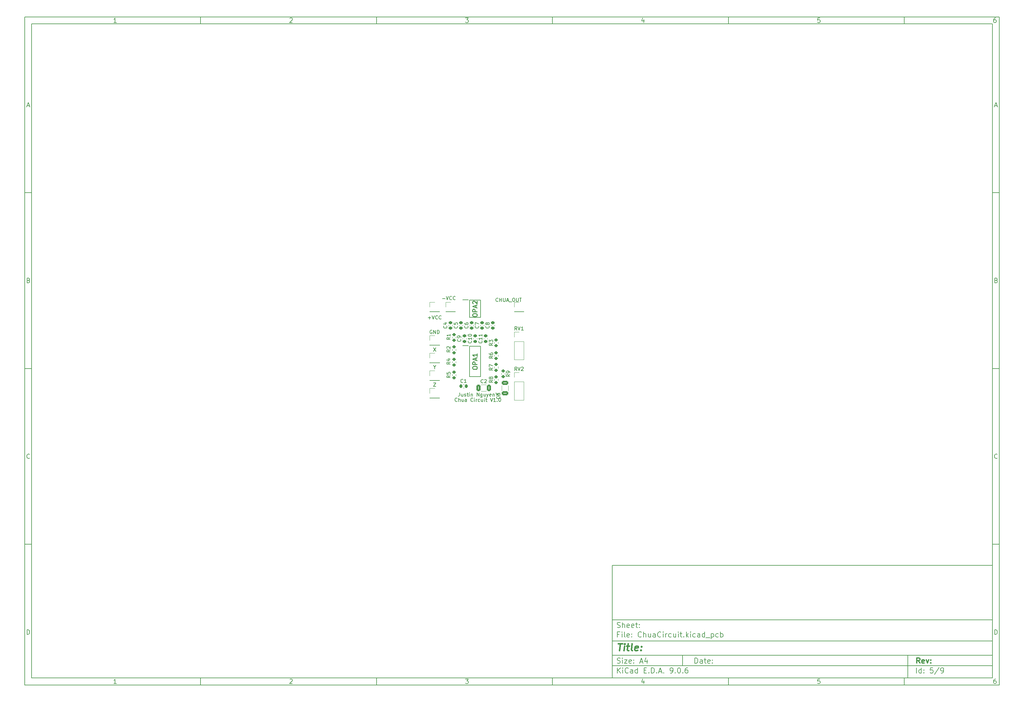
<source format=gto>
%TF.GenerationSoftware,KiCad,Pcbnew,9.0.6*%
%TF.CreationDate,2025-11-23T22:05:43-07:00*%
%TF.ProjectId,ChuaCircuit,43687561-4369-4726-9375-69742e6b6963,rev?*%
%TF.SameCoordinates,Original*%
%TF.FileFunction,Legend,Top*%
%TF.FilePolarity,Positive*%
%FSLAX46Y46*%
G04 Gerber Fmt 4.6, Leading zero omitted, Abs format (unit mm)*
G04 Created by KiCad (PCBNEW 9.0.6) date 2025-11-23 22:05:43*
%MOMM*%
%LPD*%
G01*
G04 APERTURE LIST*
G04 Aperture macros list*
%AMRoundRect*
0 Rectangle with rounded corners*
0 $1 Rounding radius*
0 $2 $3 $4 $5 $6 $7 $8 $9 X,Y pos of 4 corners*
0 Add a 4 corners polygon primitive as box body*
4,1,4,$2,$3,$4,$5,$6,$7,$8,$9,$2,$3,0*
0 Add four circle primitives for the rounded corners*
1,1,$1+$1,$2,$3*
1,1,$1+$1,$4,$5*
1,1,$1+$1,$6,$7*
1,1,$1+$1,$8,$9*
0 Add four rect primitives between the rounded corners*
20,1,$1+$1,$2,$3,$4,$5,0*
20,1,$1+$1,$4,$5,$6,$7,0*
20,1,$1+$1,$6,$7,$8,$9,0*
20,1,$1+$1,$8,$9,$2,$3,0*%
G04 Aperture macros list end*
%ADD10C,0.100000*%
%ADD11C,0.150000*%
%ADD12C,0.300000*%
%ADD13C,0.400000*%
%ADD14C,0.254000*%
%ADD15C,0.200000*%
%ADD16C,0.120000*%
%ADD17R,1.525000X0.650000*%
%ADD18R,1.700000X1.700000*%
%ADD19R,1.525000X0.700000*%
%ADD20RoundRect,0.225000X0.250000X-0.225000X0.250000X0.225000X-0.250000X0.225000X-0.250000X-0.225000X0*%
%ADD21RoundRect,0.200000X-0.275000X0.200000X-0.275000X-0.200000X0.275000X-0.200000X0.275000X0.200000X0*%
%ADD22RoundRect,0.200000X0.275000X-0.200000X0.275000X0.200000X-0.275000X0.200000X-0.275000X-0.200000X0*%
%ADD23RoundRect,0.250000X-0.325000X-0.650000X0.325000X-0.650000X0.325000X0.650000X-0.325000X0.650000X0*%
%ADD24C,1.700000*%
%ADD25RoundRect,0.225000X-0.225000X-0.250000X0.225000X-0.250000X0.225000X0.250000X-0.225000X0.250000X0*%
%ADD26RoundRect,0.250000X0.650000X-0.325000X0.650000X0.325000X-0.650000X0.325000X-0.650000X-0.325000X0*%
G04 APERTURE END LIST*
D10*
D11*
X177002200Y-166007200D02*
X285002200Y-166007200D01*
X285002200Y-198007200D01*
X177002200Y-198007200D01*
X177002200Y-166007200D01*
D10*
D11*
X10000000Y-10000000D02*
X287002200Y-10000000D01*
X287002200Y-200007200D01*
X10000000Y-200007200D01*
X10000000Y-10000000D01*
D10*
D11*
X12000000Y-12000000D02*
X285002200Y-12000000D01*
X285002200Y-198007200D01*
X12000000Y-198007200D01*
X12000000Y-12000000D01*
D10*
D11*
X60000000Y-12000000D02*
X60000000Y-10000000D01*
D10*
D11*
X110000000Y-12000000D02*
X110000000Y-10000000D01*
D10*
D11*
X160000000Y-12000000D02*
X160000000Y-10000000D01*
D10*
D11*
X210000000Y-12000000D02*
X210000000Y-10000000D01*
D10*
D11*
X260000000Y-12000000D02*
X260000000Y-10000000D01*
D10*
D11*
X36089160Y-11593604D02*
X35346303Y-11593604D01*
X35717731Y-11593604D02*
X35717731Y-10293604D01*
X35717731Y-10293604D02*
X35593922Y-10479319D01*
X35593922Y-10479319D02*
X35470112Y-10603128D01*
X35470112Y-10603128D02*
X35346303Y-10665033D01*
D10*
D11*
X85346303Y-10417414D02*
X85408207Y-10355509D01*
X85408207Y-10355509D02*
X85532017Y-10293604D01*
X85532017Y-10293604D02*
X85841541Y-10293604D01*
X85841541Y-10293604D02*
X85965350Y-10355509D01*
X85965350Y-10355509D02*
X86027255Y-10417414D01*
X86027255Y-10417414D02*
X86089160Y-10541223D01*
X86089160Y-10541223D02*
X86089160Y-10665033D01*
X86089160Y-10665033D02*
X86027255Y-10850747D01*
X86027255Y-10850747D02*
X85284398Y-11593604D01*
X85284398Y-11593604D02*
X86089160Y-11593604D01*
D10*
D11*
X135284398Y-10293604D02*
X136089160Y-10293604D01*
X136089160Y-10293604D02*
X135655826Y-10788842D01*
X135655826Y-10788842D02*
X135841541Y-10788842D01*
X135841541Y-10788842D02*
X135965350Y-10850747D01*
X135965350Y-10850747D02*
X136027255Y-10912652D01*
X136027255Y-10912652D02*
X136089160Y-11036461D01*
X136089160Y-11036461D02*
X136089160Y-11345985D01*
X136089160Y-11345985D02*
X136027255Y-11469795D01*
X136027255Y-11469795D02*
X135965350Y-11531700D01*
X135965350Y-11531700D02*
X135841541Y-11593604D01*
X135841541Y-11593604D02*
X135470112Y-11593604D01*
X135470112Y-11593604D02*
X135346303Y-11531700D01*
X135346303Y-11531700D02*
X135284398Y-11469795D01*
D10*
D11*
X185965350Y-10726938D02*
X185965350Y-11593604D01*
X185655826Y-10231700D02*
X185346303Y-11160271D01*
X185346303Y-11160271D02*
X186151064Y-11160271D01*
D10*
D11*
X236027255Y-10293604D02*
X235408207Y-10293604D01*
X235408207Y-10293604D02*
X235346303Y-10912652D01*
X235346303Y-10912652D02*
X235408207Y-10850747D01*
X235408207Y-10850747D02*
X235532017Y-10788842D01*
X235532017Y-10788842D02*
X235841541Y-10788842D01*
X235841541Y-10788842D02*
X235965350Y-10850747D01*
X235965350Y-10850747D02*
X236027255Y-10912652D01*
X236027255Y-10912652D02*
X236089160Y-11036461D01*
X236089160Y-11036461D02*
X236089160Y-11345985D01*
X236089160Y-11345985D02*
X236027255Y-11469795D01*
X236027255Y-11469795D02*
X235965350Y-11531700D01*
X235965350Y-11531700D02*
X235841541Y-11593604D01*
X235841541Y-11593604D02*
X235532017Y-11593604D01*
X235532017Y-11593604D02*
X235408207Y-11531700D01*
X235408207Y-11531700D02*
X235346303Y-11469795D01*
D10*
D11*
X285965350Y-10293604D02*
X285717731Y-10293604D01*
X285717731Y-10293604D02*
X285593922Y-10355509D01*
X285593922Y-10355509D02*
X285532017Y-10417414D01*
X285532017Y-10417414D02*
X285408207Y-10603128D01*
X285408207Y-10603128D02*
X285346303Y-10850747D01*
X285346303Y-10850747D02*
X285346303Y-11345985D01*
X285346303Y-11345985D02*
X285408207Y-11469795D01*
X285408207Y-11469795D02*
X285470112Y-11531700D01*
X285470112Y-11531700D02*
X285593922Y-11593604D01*
X285593922Y-11593604D02*
X285841541Y-11593604D01*
X285841541Y-11593604D02*
X285965350Y-11531700D01*
X285965350Y-11531700D02*
X286027255Y-11469795D01*
X286027255Y-11469795D02*
X286089160Y-11345985D01*
X286089160Y-11345985D02*
X286089160Y-11036461D01*
X286089160Y-11036461D02*
X286027255Y-10912652D01*
X286027255Y-10912652D02*
X285965350Y-10850747D01*
X285965350Y-10850747D02*
X285841541Y-10788842D01*
X285841541Y-10788842D02*
X285593922Y-10788842D01*
X285593922Y-10788842D02*
X285470112Y-10850747D01*
X285470112Y-10850747D02*
X285408207Y-10912652D01*
X285408207Y-10912652D02*
X285346303Y-11036461D01*
D10*
D11*
X60000000Y-198007200D02*
X60000000Y-200007200D01*
D10*
D11*
X110000000Y-198007200D02*
X110000000Y-200007200D01*
D10*
D11*
X160000000Y-198007200D02*
X160000000Y-200007200D01*
D10*
D11*
X210000000Y-198007200D02*
X210000000Y-200007200D01*
D10*
D11*
X260000000Y-198007200D02*
X260000000Y-200007200D01*
D10*
D11*
X36089160Y-199600804D02*
X35346303Y-199600804D01*
X35717731Y-199600804D02*
X35717731Y-198300804D01*
X35717731Y-198300804D02*
X35593922Y-198486519D01*
X35593922Y-198486519D02*
X35470112Y-198610328D01*
X35470112Y-198610328D02*
X35346303Y-198672233D01*
D10*
D11*
X85346303Y-198424614D02*
X85408207Y-198362709D01*
X85408207Y-198362709D02*
X85532017Y-198300804D01*
X85532017Y-198300804D02*
X85841541Y-198300804D01*
X85841541Y-198300804D02*
X85965350Y-198362709D01*
X85965350Y-198362709D02*
X86027255Y-198424614D01*
X86027255Y-198424614D02*
X86089160Y-198548423D01*
X86089160Y-198548423D02*
X86089160Y-198672233D01*
X86089160Y-198672233D02*
X86027255Y-198857947D01*
X86027255Y-198857947D02*
X85284398Y-199600804D01*
X85284398Y-199600804D02*
X86089160Y-199600804D01*
D10*
D11*
X135284398Y-198300804D02*
X136089160Y-198300804D01*
X136089160Y-198300804D02*
X135655826Y-198796042D01*
X135655826Y-198796042D02*
X135841541Y-198796042D01*
X135841541Y-198796042D02*
X135965350Y-198857947D01*
X135965350Y-198857947D02*
X136027255Y-198919852D01*
X136027255Y-198919852D02*
X136089160Y-199043661D01*
X136089160Y-199043661D02*
X136089160Y-199353185D01*
X136089160Y-199353185D02*
X136027255Y-199476995D01*
X136027255Y-199476995D02*
X135965350Y-199538900D01*
X135965350Y-199538900D02*
X135841541Y-199600804D01*
X135841541Y-199600804D02*
X135470112Y-199600804D01*
X135470112Y-199600804D02*
X135346303Y-199538900D01*
X135346303Y-199538900D02*
X135284398Y-199476995D01*
D10*
D11*
X185965350Y-198734138D02*
X185965350Y-199600804D01*
X185655826Y-198238900D02*
X185346303Y-199167471D01*
X185346303Y-199167471D02*
X186151064Y-199167471D01*
D10*
D11*
X236027255Y-198300804D02*
X235408207Y-198300804D01*
X235408207Y-198300804D02*
X235346303Y-198919852D01*
X235346303Y-198919852D02*
X235408207Y-198857947D01*
X235408207Y-198857947D02*
X235532017Y-198796042D01*
X235532017Y-198796042D02*
X235841541Y-198796042D01*
X235841541Y-198796042D02*
X235965350Y-198857947D01*
X235965350Y-198857947D02*
X236027255Y-198919852D01*
X236027255Y-198919852D02*
X236089160Y-199043661D01*
X236089160Y-199043661D02*
X236089160Y-199353185D01*
X236089160Y-199353185D02*
X236027255Y-199476995D01*
X236027255Y-199476995D02*
X235965350Y-199538900D01*
X235965350Y-199538900D02*
X235841541Y-199600804D01*
X235841541Y-199600804D02*
X235532017Y-199600804D01*
X235532017Y-199600804D02*
X235408207Y-199538900D01*
X235408207Y-199538900D02*
X235346303Y-199476995D01*
D10*
D11*
X285965350Y-198300804D02*
X285717731Y-198300804D01*
X285717731Y-198300804D02*
X285593922Y-198362709D01*
X285593922Y-198362709D02*
X285532017Y-198424614D01*
X285532017Y-198424614D02*
X285408207Y-198610328D01*
X285408207Y-198610328D02*
X285346303Y-198857947D01*
X285346303Y-198857947D02*
X285346303Y-199353185D01*
X285346303Y-199353185D02*
X285408207Y-199476995D01*
X285408207Y-199476995D02*
X285470112Y-199538900D01*
X285470112Y-199538900D02*
X285593922Y-199600804D01*
X285593922Y-199600804D02*
X285841541Y-199600804D01*
X285841541Y-199600804D02*
X285965350Y-199538900D01*
X285965350Y-199538900D02*
X286027255Y-199476995D01*
X286027255Y-199476995D02*
X286089160Y-199353185D01*
X286089160Y-199353185D02*
X286089160Y-199043661D01*
X286089160Y-199043661D02*
X286027255Y-198919852D01*
X286027255Y-198919852D02*
X285965350Y-198857947D01*
X285965350Y-198857947D02*
X285841541Y-198796042D01*
X285841541Y-198796042D02*
X285593922Y-198796042D01*
X285593922Y-198796042D02*
X285470112Y-198857947D01*
X285470112Y-198857947D02*
X285408207Y-198919852D01*
X285408207Y-198919852D02*
X285346303Y-199043661D01*
D10*
D11*
X10000000Y-60000000D02*
X12000000Y-60000000D01*
D10*
D11*
X10000000Y-110000000D02*
X12000000Y-110000000D01*
D10*
D11*
X10000000Y-160000000D02*
X12000000Y-160000000D01*
D10*
D11*
X10690476Y-35222176D02*
X11309523Y-35222176D01*
X10566666Y-35593604D02*
X10999999Y-34293604D01*
X10999999Y-34293604D02*
X11433333Y-35593604D01*
D10*
D11*
X11092857Y-84912652D02*
X11278571Y-84974557D01*
X11278571Y-84974557D02*
X11340476Y-85036461D01*
X11340476Y-85036461D02*
X11402380Y-85160271D01*
X11402380Y-85160271D02*
X11402380Y-85345985D01*
X11402380Y-85345985D02*
X11340476Y-85469795D01*
X11340476Y-85469795D02*
X11278571Y-85531700D01*
X11278571Y-85531700D02*
X11154761Y-85593604D01*
X11154761Y-85593604D02*
X10659523Y-85593604D01*
X10659523Y-85593604D02*
X10659523Y-84293604D01*
X10659523Y-84293604D02*
X11092857Y-84293604D01*
X11092857Y-84293604D02*
X11216666Y-84355509D01*
X11216666Y-84355509D02*
X11278571Y-84417414D01*
X11278571Y-84417414D02*
X11340476Y-84541223D01*
X11340476Y-84541223D02*
X11340476Y-84665033D01*
X11340476Y-84665033D02*
X11278571Y-84788842D01*
X11278571Y-84788842D02*
X11216666Y-84850747D01*
X11216666Y-84850747D02*
X11092857Y-84912652D01*
X11092857Y-84912652D02*
X10659523Y-84912652D01*
D10*
D11*
X11402380Y-135469795D02*
X11340476Y-135531700D01*
X11340476Y-135531700D02*
X11154761Y-135593604D01*
X11154761Y-135593604D02*
X11030952Y-135593604D01*
X11030952Y-135593604D02*
X10845238Y-135531700D01*
X10845238Y-135531700D02*
X10721428Y-135407890D01*
X10721428Y-135407890D02*
X10659523Y-135284080D01*
X10659523Y-135284080D02*
X10597619Y-135036461D01*
X10597619Y-135036461D02*
X10597619Y-134850747D01*
X10597619Y-134850747D02*
X10659523Y-134603128D01*
X10659523Y-134603128D02*
X10721428Y-134479319D01*
X10721428Y-134479319D02*
X10845238Y-134355509D01*
X10845238Y-134355509D02*
X11030952Y-134293604D01*
X11030952Y-134293604D02*
X11154761Y-134293604D01*
X11154761Y-134293604D02*
X11340476Y-134355509D01*
X11340476Y-134355509D02*
X11402380Y-134417414D01*
D10*
D11*
X10659523Y-185593604D02*
X10659523Y-184293604D01*
X10659523Y-184293604D02*
X10969047Y-184293604D01*
X10969047Y-184293604D02*
X11154761Y-184355509D01*
X11154761Y-184355509D02*
X11278571Y-184479319D01*
X11278571Y-184479319D02*
X11340476Y-184603128D01*
X11340476Y-184603128D02*
X11402380Y-184850747D01*
X11402380Y-184850747D02*
X11402380Y-185036461D01*
X11402380Y-185036461D02*
X11340476Y-185284080D01*
X11340476Y-185284080D02*
X11278571Y-185407890D01*
X11278571Y-185407890D02*
X11154761Y-185531700D01*
X11154761Y-185531700D02*
X10969047Y-185593604D01*
X10969047Y-185593604D02*
X10659523Y-185593604D01*
D10*
D11*
X287002200Y-60000000D02*
X285002200Y-60000000D01*
D10*
D11*
X287002200Y-110000000D02*
X285002200Y-110000000D01*
D10*
D11*
X287002200Y-160000000D02*
X285002200Y-160000000D01*
D10*
D11*
X285692676Y-35222176D02*
X286311723Y-35222176D01*
X285568866Y-35593604D02*
X286002199Y-34293604D01*
X286002199Y-34293604D02*
X286435533Y-35593604D01*
D10*
D11*
X286095057Y-84912652D02*
X286280771Y-84974557D01*
X286280771Y-84974557D02*
X286342676Y-85036461D01*
X286342676Y-85036461D02*
X286404580Y-85160271D01*
X286404580Y-85160271D02*
X286404580Y-85345985D01*
X286404580Y-85345985D02*
X286342676Y-85469795D01*
X286342676Y-85469795D02*
X286280771Y-85531700D01*
X286280771Y-85531700D02*
X286156961Y-85593604D01*
X286156961Y-85593604D02*
X285661723Y-85593604D01*
X285661723Y-85593604D02*
X285661723Y-84293604D01*
X285661723Y-84293604D02*
X286095057Y-84293604D01*
X286095057Y-84293604D02*
X286218866Y-84355509D01*
X286218866Y-84355509D02*
X286280771Y-84417414D01*
X286280771Y-84417414D02*
X286342676Y-84541223D01*
X286342676Y-84541223D02*
X286342676Y-84665033D01*
X286342676Y-84665033D02*
X286280771Y-84788842D01*
X286280771Y-84788842D02*
X286218866Y-84850747D01*
X286218866Y-84850747D02*
X286095057Y-84912652D01*
X286095057Y-84912652D02*
X285661723Y-84912652D01*
D10*
D11*
X286404580Y-135469795D02*
X286342676Y-135531700D01*
X286342676Y-135531700D02*
X286156961Y-135593604D01*
X286156961Y-135593604D02*
X286033152Y-135593604D01*
X286033152Y-135593604D02*
X285847438Y-135531700D01*
X285847438Y-135531700D02*
X285723628Y-135407890D01*
X285723628Y-135407890D02*
X285661723Y-135284080D01*
X285661723Y-135284080D02*
X285599819Y-135036461D01*
X285599819Y-135036461D02*
X285599819Y-134850747D01*
X285599819Y-134850747D02*
X285661723Y-134603128D01*
X285661723Y-134603128D02*
X285723628Y-134479319D01*
X285723628Y-134479319D02*
X285847438Y-134355509D01*
X285847438Y-134355509D02*
X286033152Y-134293604D01*
X286033152Y-134293604D02*
X286156961Y-134293604D01*
X286156961Y-134293604D02*
X286342676Y-134355509D01*
X286342676Y-134355509D02*
X286404580Y-134417414D01*
D10*
D11*
X285661723Y-185593604D02*
X285661723Y-184293604D01*
X285661723Y-184293604D02*
X285971247Y-184293604D01*
X285971247Y-184293604D02*
X286156961Y-184355509D01*
X286156961Y-184355509D02*
X286280771Y-184479319D01*
X286280771Y-184479319D02*
X286342676Y-184603128D01*
X286342676Y-184603128D02*
X286404580Y-184850747D01*
X286404580Y-184850747D02*
X286404580Y-185036461D01*
X286404580Y-185036461D02*
X286342676Y-185284080D01*
X286342676Y-185284080D02*
X286280771Y-185407890D01*
X286280771Y-185407890D02*
X286156961Y-185531700D01*
X286156961Y-185531700D02*
X285971247Y-185593604D01*
X285971247Y-185593604D02*
X285661723Y-185593604D01*
D10*
D11*
X200458026Y-193793328D02*
X200458026Y-192293328D01*
X200458026Y-192293328D02*
X200815169Y-192293328D01*
X200815169Y-192293328D02*
X201029455Y-192364757D01*
X201029455Y-192364757D02*
X201172312Y-192507614D01*
X201172312Y-192507614D02*
X201243741Y-192650471D01*
X201243741Y-192650471D02*
X201315169Y-192936185D01*
X201315169Y-192936185D02*
X201315169Y-193150471D01*
X201315169Y-193150471D02*
X201243741Y-193436185D01*
X201243741Y-193436185D02*
X201172312Y-193579042D01*
X201172312Y-193579042D02*
X201029455Y-193721900D01*
X201029455Y-193721900D02*
X200815169Y-193793328D01*
X200815169Y-193793328D02*
X200458026Y-193793328D01*
X202600884Y-193793328D02*
X202600884Y-193007614D01*
X202600884Y-193007614D02*
X202529455Y-192864757D01*
X202529455Y-192864757D02*
X202386598Y-192793328D01*
X202386598Y-192793328D02*
X202100884Y-192793328D01*
X202100884Y-192793328D02*
X201958026Y-192864757D01*
X202600884Y-193721900D02*
X202458026Y-193793328D01*
X202458026Y-193793328D02*
X202100884Y-193793328D01*
X202100884Y-193793328D02*
X201958026Y-193721900D01*
X201958026Y-193721900D02*
X201886598Y-193579042D01*
X201886598Y-193579042D02*
X201886598Y-193436185D01*
X201886598Y-193436185D02*
X201958026Y-193293328D01*
X201958026Y-193293328D02*
X202100884Y-193221900D01*
X202100884Y-193221900D02*
X202458026Y-193221900D01*
X202458026Y-193221900D02*
X202600884Y-193150471D01*
X203100884Y-192793328D02*
X203672312Y-192793328D01*
X203315169Y-192293328D02*
X203315169Y-193579042D01*
X203315169Y-193579042D02*
X203386598Y-193721900D01*
X203386598Y-193721900D02*
X203529455Y-193793328D01*
X203529455Y-193793328D02*
X203672312Y-193793328D01*
X204743741Y-193721900D02*
X204600884Y-193793328D01*
X204600884Y-193793328D02*
X204315170Y-193793328D01*
X204315170Y-193793328D02*
X204172312Y-193721900D01*
X204172312Y-193721900D02*
X204100884Y-193579042D01*
X204100884Y-193579042D02*
X204100884Y-193007614D01*
X204100884Y-193007614D02*
X204172312Y-192864757D01*
X204172312Y-192864757D02*
X204315170Y-192793328D01*
X204315170Y-192793328D02*
X204600884Y-192793328D01*
X204600884Y-192793328D02*
X204743741Y-192864757D01*
X204743741Y-192864757D02*
X204815170Y-193007614D01*
X204815170Y-193007614D02*
X204815170Y-193150471D01*
X204815170Y-193150471D02*
X204100884Y-193293328D01*
X205458026Y-193650471D02*
X205529455Y-193721900D01*
X205529455Y-193721900D02*
X205458026Y-193793328D01*
X205458026Y-193793328D02*
X205386598Y-193721900D01*
X205386598Y-193721900D02*
X205458026Y-193650471D01*
X205458026Y-193650471D02*
X205458026Y-193793328D01*
X205458026Y-192864757D02*
X205529455Y-192936185D01*
X205529455Y-192936185D02*
X205458026Y-193007614D01*
X205458026Y-193007614D02*
X205386598Y-192936185D01*
X205386598Y-192936185D02*
X205458026Y-192864757D01*
X205458026Y-192864757D02*
X205458026Y-193007614D01*
D10*
D11*
X177002200Y-194507200D02*
X285002200Y-194507200D01*
D10*
D11*
X178458026Y-196593328D02*
X178458026Y-195093328D01*
X179315169Y-196593328D02*
X178672312Y-195736185D01*
X179315169Y-195093328D02*
X178458026Y-195950471D01*
X179958026Y-196593328D02*
X179958026Y-195593328D01*
X179958026Y-195093328D02*
X179886598Y-195164757D01*
X179886598Y-195164757D02*
X179958026Y-195236185D01*
X179958026Y-195236185D02*
X180029455Y-195164757D01*
X180029455Y-195164757D02*
X179958026Y-195093328D01*
X179958026Y-195093328D02*
X179958026Y-195236185D01*
X181529455Y-196450471D02*
X181458027Y-196521900D01*
X181458027Y-196521900D02*
X181243741Y-196593328D01*
X181243741Y-196593328D02*
X181100884Y-196593328D01*
X181100884Y-196593328D02*
X180886598Y-196521900D01*
X180886598Y-196521900D02*
X180743741Y-196379042D01*
X180743741Y-196379042D02*
X180672312Y-196236185D01*
X180672312Y-196236185D02*
X180600884Y-195950471D01*
X180600884Y-195950471D02*
X180600884Y-195736185D01*
X180600884Y-195736185D02*
X180672312Y-195450471D01*
X180672312Y-195450471D02*
X180743741Y-195307614D01*
X180743741Y-195307614D02*
X180886598Y-195164757D01*
X180886598Y-195164757D02*
X181100884Y-195093328D01*
X181100884Y-195093328D02*
X181243741Y-195093328D01*
X181243741Y-195093328D02*
X181458027Y-195164757D01*
X181458027Y-195164757D02*
X181529455Y-195236185D01*
X182815170Y-196593328D02*
X182815170Y-195807614D01*
X182815170Y-195807614D02*
X182743741Y-195664757D01*
X182743741Y-195664757D02*
X182600884Y-195593328D01*
X182600884Y-195593328D02*
X182315170Y-195593328D01*
X182315170Y-195593328D02*
X182172312Y-195664757D01*
X182815170Y-196521900D02*
X182672312Y-196593328D01*
X182672312Y-196593328D02*
X182315170Y-196593328D01*
X182315170Y-196593328D02*
X182172312Y-196521900D01*
X182172312Y-196521900D02*
X182100884Y-196379042D01*
X182100884Y-196379042D02*
X182100884Y-196236185D01*
X182100884Y-196236185D02*
X182172312Y-196093328D01*
X182172312Y-196093328D02*
X182315170Y-196021900D01*
X182315170Y-196021900D02*
X182672312Y-196021900D01*
X182672312Y-196021900D02*
X182815170Y-195950471D01*
X184172313Y-196593328D02*
X184172313Y-195093328D01*
X184172313Y-196521900D02*
X184029455Y-196593328D01*
X184029455Y-196593328D02*
X183743741Y-196593328D01*
X183743741Y-196593328D02*
X183600884Y-196521900D01*
X183600884Y-196521900D02*
X183529455Y-196450471D01*
X183529455Y-196450471D02*
X183458027Y-196307614D01*
X183458027Y-196307614D02*
X183458027Y-195879042D01*
X183458027Y-195879042D02*
X183529455Y-195736185D01*
X183529455Y-195736185D02*
X183600884Y-195664757D01*
X183600884Y-195664757D02*
X183743741Y-195593328D01*
X183743741Y-195593328D02*
X184029455Y-195593328D01*
X184029455Y-195593328D02*
X184172313Y-195664757D01*
X186029455Y-195807614D02*
X186529455Y-195807614D01*
X186743741Y-196593328D02*
X186029455Y-196593328D01*
X186029455Y-196593328D02*
X186029455Y-195093328D01*
X186029455Y-195093328D02*
X186743741Y-195093328D01*
X187386598Y-196450471D02*
X187458027Y-196521900D01*
X187458027Y-196521900D02*
X187386598Y-196593328D01*
X187386598Y-196593328D02*
X187315170Y-196521900D01*
X187315170Y-196521900D02*
X187386598Y-196450471D01*
X187386598Y-196450471D02*
X187386598Y-196593328D01*
X188100884Y-196593328D02*
X188100884Y-195093328D01*
X188100884Y-195093328D02*
X188458027Y-195093328D01*
X188458027Y-195093328D02*
X188672313Y-195164757D01*
X188672313Y-195164757D02*
X188815170Y-195307614D01*
X188815170Y-195307614D02*
X188886599Y-195450471D01*
X188886599Y-195450471D02*
X188958027Y-195736185D01*
X188958027Y-195736185D02*
X188958027Y-195950471D01*
X188958027Y-195950471D02*
X188886599Y-196236185D01*
X188886599Y-196236185D02*
X188815170Y-196379042D01*
X188815170Y-196379042D02*
X188672313Y-196521900D01*
X188672313Y-196521900D02*
X188458027Y-196593328D01*
X188458027Y-196593328D02*
X188100884Y-196593328D01*
X189600884Y-196450471D02*
X189672313Y-196521900D01*
X189672313Y-196521900D02*
X189600884Y-196593328D01*
X189600884Y-196593328D02*
X189529456Y-196521900D01*
X189529456Y-196521900D02*
X189600884Y-196450471D01*
X189600884Y-196450471D02*
X189600884Y-196593328D01*
X190243742Y-196164757D02*
X190958028Y-196164757D01*
X190100885Y-196593328D02*
X190600885Y-195093328D01*
X190600885Y-195093328D02*
X191100885Y-196593328D01*
X191600884Y-196450471D02*
X191672313Y-196521900D01*
X191672313Y-196521900D02*
X191600884Y-196593328D01*
X191600884Y-196593328D02*
X191529456Y-196521900D01*
X191529456Y-196521900D02*
X191600884Y-196450471D01*
X191600884Y-196450471D02*
X191600884Y-196593328D01*
X193529456Y-196593328D02*
X193815170Y-196593328D01*
X193815170Y-196593328D02*
X193958027Y-196521900D01*
X193958027Y-196521900D02*
X194029456Y-196450471D01*
X194029456Y-196450471D02*
X194172313Y-196236185D01*
X194172313Y-196236185D02*
X194243742Y-195950471D01*
X194243742Y-195950471D02*
X194243742Y-195379042D01*
X194243742Y-195379042D02*
X194172313Y-195236185D01*
X194172313Y-195236185D02*
X194100885Y-195164757D01*
X194100885Y-195164757D02*
X193958027Y-195093328D01*
X193958027Y-195093328D02*
X193672313Y-195093328D01*
X193672313Y-195093328D02*
X193529456Y-195164757D01*
X193529456Y-195164757D02*
X193458027Y-195236185D01*
X193458027Y-195236185D02*
X193386599Y-195379042D01*
X193386599Y-195379042D02*
X193386599Y-195736185D01*
X193386599Y-195736185D02*
X193458027Y-195879042D01*
X193458027Y-195879042D02*
X193529456Y-195950471D01*
X193529456Y-195950471D02*
X193672313Y-196021900D01*
X193672313Y-196021900D02*
X193958027Y-196021900D01*
X193958027Y-196021900D02*
X194100885Y-195950471D01*
X194100885Y-195950471D02*
X194172313Y-195879042D01*
X194172313Y-195879042D02*
X194243742Y-195736185D01*
X194886598Y-196450471D02*
X194958027Y-196521900D01*
X194958027Y-196521900D02*
X194886598Y-196593328D01*
X194886598Y-196593328D02*
X194815170Y-196521900D01*
X194815170Y-196521900D02*
X194886598Y-196450471D01*
X194886598Y-196450471D02*
X194886598Y-196593328D01*
X195886599Y-195093328D02*
X196029456Y-195093328D01*
X196029456Y-195093328D02*
X196172313Y-195164757D01*
X196172313Y-195164757D02*
X196243742Y-195236185D01*
X196243742Y-195236185D02*
X196315170Y-195379042D01*
X196315170Y-195379042D02*
X196386599Y-195664757D01*
X196386599Y-195664757D02*
X196386599Y-196021900D01*
X196386599Y-196021900D02*
X196315170Y-196307614D01*
X196315170Y-196307614D02*
X196243742Y-196450471D01*
X196243742Y-196450471D02*
X196172313Y-196521900D01*
X196172313Y-196521900D02*
X196029456Y-196593328D01*
X196029456Y-196593328D02*
X195886599Y-196593328D01*
X195886599Y-196593328D02*
X195743742Y-196521900D01*
X195743742Y-196521900D02*
X195672313Y-196450471D01*
X195672313Y-196450471D02*
X195600884Y-196307614D01*
X195600884Y-196307614D02*
X195529456Y-196021900D01*
X195529456Y-196021900D02*
X195529456Y-195664757D01*
X195529456Y-195664757D02*
X195600884Y-195379042D01*
X195600884Y-195379042D02*
X195672313Y-195236185D01*
X195672313Y-195236185D02*
X195743742Y-195164757D01*
X195743742Y-195164757D02*
X195886599Y-195093328D01*
X197029455Y-196450471D02*
X197100884Y-196521900D01*
X197100884Y-196521900D02*
X197029455Y-196593328D01*
X197029455Y-196593328D02*
X196958027Y-196521900D01*
X196958027Y-196521900D02*
X197029455Y-196450471D01*
X197029455Y-196450471D02*
X197029455Y-196593328D01*
X198386599Y-195093328D02*
X198100884Y-195093328D01*
X198100884Y-195093328D02*
X197958027Y-195164757D01*
X197958027Y-195164757D02*
X197886599Y-195236185D01*
X197886599Y-195236185D02*
X197743741Y-195450471D01*
X197743741Y-195450471D02*
X197672313Y-195736185D01*
X197672313Y-195736185D02*
X197672313Y-196307614D01*
X197672313Y-196307614D02*
X197743741Y-196450471D01*
X197743741Y-196450471D02*
X197815170Y-196521900D01*
X197815170Y-196521900D02*
X197958027Y-196593328D01*
X197958027Y-196593328D02*
X198243741Y-196593328D01*
X198243741Y-196593328D02*
X198386599Y-196521900D01*
X198386599Y-196521900D02*
X198458027Y-196450471D01*
X198458027Y-196450471D02*
X198529456Y-196307614D01*
X198529456Y-196307614D02*
X198529456Y-195950471D01*
X198529456Y-195950471D02*
X198458027Y-195807614D01*
X198458027Y-195807614D02*
X198386599Y-195736185D01*
X198386599Y-195736185D02*
X198243741Y-195664757D01*
X198243741Y-195664757D02*
X197958027Y-195664757D01*
X197958027Y-195664757D02*
X197815170Y-195736185D01*
X197815170Y-195736185D02*
X197743741Y-195807614D01*
X197743741Y-195807614D02*
X197672313Y-195950471D01*
D10*
D11*
X177002200Y-191507200D02*
X285002200Y-191507200D01*
D10*
D12*
X264413853Y-193785528D02*
X263913853Y-193071242D01*
X263556710Y-193785528D02*
X263556710Y-192285528D01*
X263556710Y-192285528D02*
X264128139Y-192285528D01*
X264128139Y-192285528D02*
X264270996Y-192356957D01*
X264270996Y-192356957D02*
X264342425Y-192428385D01*
X264342425Y-192428385D02*
X264413853Y-192571242D01*
X264413853Y-192571242D02*
X264413853Y-192785528D01*
X264413853Y-192785528D02*
X264342425Y-192928385D01*
X264342425Y-192928385D02*
X264270996Y-192999814D01*
X264270996Y-192999814D02*
X264128139Y-193071242D01*
X264128139Y-193071242D02*
X263556710Y-193071242D01*
X265628139Y-193714100D02*
X265485282Y-193785528D01*
X265485282Y-193785528D02*
X265199568Y-193785528D01*
X265199568Y-193785528D02*
X265056710Y-193714100D01*
X265056710Y-193714100D02*
X264985282Y-193571242D01*
X264985282Y-193571242D02*
X264985282Y-192999814D01*
X264985282Y-192999814D02*
X265056710Y-192856957D01*
X265056710Y-192856957D02*
X265199568Y-192785528D01*
X265199568Y-192785528D02*
X265485282Y-192785528D01*
X265485282Y-192785528D02*
X265628139Y-192856957D01*
X265628139Y-192856957D02*
X265699568Y-192999814D01*
X265699568Y-192999814D02*
X265699568Y-193142671D01*
X265699568Y-193142671D02*
X264985282Y-193285528D01*
X266199567Y-192785528D02*
X266556710Y-193785528D01*
X266556710Y-193785528D02*
X266913853Y-192785528D01*
X267485281Y-193642671D02*
X267556710Y-193714100D01*
X267556710Y-193714100D02*
X267485281Y-193785528D01*
X267485281Y-193785528D02*
X267413853Y-193714100D01*
X267413853Y-193714100D02*
X267485281Y-193642671D01*
X267485281Y-193642671D02*
X267485281Y-193785528D01*
X267485281Y-192856957D02*
X267556710Y-192928385D01*
X267556710Y-192928385D02*
X267485281Y-192999814D01*
X267485281Y-192999814D02*
X267413853Y-192928385D01*
X267413853Y-192928385D02*
X267485281Y-192856957D01*
X267485281Y-192856957D02*
X267485281Y-192999814D01*
D10*
D11*
X178386598Y-193721900D02*
X178600884Y-193793328D01*
X178600884Y-193793328D02*
X178958026Y-193793328D01*
X178958026Y-193793328D02*
X179100884Y-193721900D01*
X179100884Y-193721900D02*
X179172312Y-193650471D01*
X179172312Y-193650471D02*
X179243741Y-193507614D01*
X179243741Y-193507614D02*
X179243741Y-193364757D01*
X179243741Y-193364757D02*
X179172312Y-193221900D01*
X179172312Y-193221900D02*
X179100884Y-193150471D01*
X179100884Y-193150471D02*
X178958026Y-193079042D01*
X178958026Y-193079042D02*
X178672312Y-193007614D01*
X178672312Y-193007614D02*
X178529455Y-192936185D01*
X178529455Y-192936185D02*
X178458026Y-192864757D01*
X178458026Y-192864757D02*
X178386598Y-192721900D01*
X178386598Y-192721900D02*
X178386598Y-192579042D01*
X178386598Y-192579042D02*
X178458026Y-192436185D01*
X178458026Y-192436185D02*
X178529455Y-192364757D01*
X178529455Y-192364757D02*
X178672312Y-192293328D01*
X178672312Y-192293328D02*
X179029455Y-192293328D01*
X179029455Y-192293328D02*
X179243741Y-192364757D01*
X179886597Y-193793328D02*
X179886597Y-192793328D01*
X179886597Y-192293328D02*
X179815169Y-192364757D01*
X179815169Y-192364757D02*
X179886597Y-192436185D01*
X179886597Y-192436185D02*
X179958026Y-192364757D01*
X179958026Y-192364757D02*
X179886597Y-192293328D01*
X179886597Y-192293328D02*
X179886597Y-192436185D01*
X180458026Y-192793328D02*
X181243741Y-192793328D01*
X181243741Y-192793328D02*
X180458026Y-193793328D01*
X180458026Y-193793328D02*
X181243741Y-193793328D01*
X182386598Y-193721900D02*
X182243741Y-193793328D01*
X182243741Y-193793328D02*
X181958027Y-193793328D01*
X181958027Y-193793328D02*
X181815169Y-193721900D01*
X181815169Y-193721900D02*
X181743741Y-193579042D01*
X181743741Y-193579042D02*
X181743741Y-193007614D01*
X181743741Y-193007614D02*
X181815169Y-192864757D01*
X181815169Y-192864757D02*
X181958027Y-192793328D01*
X181958027Y-192793328D02*
X182243741Y-192793328D01*
X182243741Y-192793328D02*
X182386598Y-192864757D01*
X182386598Y-192864757D02*
X182458027Y-193007614D01*
X182458027Y-193007614D02*
X182458027Y-193150471D01*
X182458027Y-193150471D02*
X181743741Y-193293328D01*
X183100883Y-193650471D02*
X183172312Y-193721900D01*
X183172312Y-193721900D02*
X183100883Y-193793328D01*
X183100883Y-193793328D02*
X183029455Y-193721900D01*
X183029455Y-193721900D02*
X183100883Y-193650471D01*
X183100883Y-193650471D02*
X183100883Y-193793328D01*
X183100883Y-192864757D02*
X183172312Y-192936185D01*
X183172312Y-192936185D02*
X183100883Y-193007614D01*
X183100883Y-193007614D02*
X183029455Y-192936185D01*
X183029455Y-192936185D02*
X183100883Y-192864757D01*
X183100883Y-192864757D02*
X183100883Y-193007614D01*
X184886598Y-193364757D02*
X185600884Y-193364757D01*
X184743741Y-193793328D02*
X185243741Y-192293328D01*
X185243741Y-192293328D02*
X185743741Y-193793328D01*
X186886598Y-192793328D02*
X186886598Y-193793328D01*
X186529455Y-192221900D02*
X186172312Y-193293328D01*
X186172312Y-193293328D02*
X187100883Y-193293328D01*
D10*
D11*
X263458026Y-196593328D02*
X263458026Y-195093328D01*
X264815170Y-196593328D02*
X264815170Y-195093328D01*
X264815170Y-196521900D02*
X264672312Y-196593328D01*
X264672312Y-196593328D02*
X264386598Y-196593328D01*
X264386598Y-196593328D02*
X264243741Y-196521900D01*
X264243741Y-196521900D02*
X264172312Y-196450471D01*
X264172312Y-196450471D02*
X264100884Y-196307614D01*
X264100884Y-196307614D02*
X264100884Y-195879042D01*
X264100884Y-195879042D02*
X264172312Y-195736185D01*
X264172312Y-195736185D02*
X264243741Y-195664757D01*
X264243741Y-195664757D02*
X264386598Y-195593328D01*
X264386598Y-195593328D02*
X264672312Y-195593328D01*
X264672312Y-195593328D02*
X264815170Y-195664757D01*
X265529455Y-196450471D02*
X265600884Y-196521900D01*
X265600884Y-196521900D02*
X265529455Y-196593328D01*
X265529455Y-196593328D02*
X265458027Y-196521900D01*
X265458027Y-196521900D02*
X265529455Y-196450471D01*
X265529455Y-196450471D02*
X265529455Y-196593328D01*
X265529455Y-195664757D02*
X265600884Y-195736185D01*
X265600884Y-195736185D02*
X265529455Y-195807614D01*
X265529455Y-195807614D02*
X265458027Y-195736185D01*
X265458027Y-195736185D02*
X265529455Y-195664757D01*
X265529455Y-195664757D02*
X265529455Y-195807614D01*
X268100884Y-195093328D02*
X267386598Y-195093328D01*
X267386598Y-195093328D02*
X267315170Y-195807614D01*
X267315170Y-195807614D02*
X267386598Y-195736185D01*
X267386598Y-195736185D02*
X267529456Y-195664757D01*
X267529456Y-195664757D02*
X267886598Y-195664757D01*
X267886598Y-195664757D02*
X268029456Y-195736185D01*
X268029456Y-195736185D02*
X268100884Y-195807614D01*
X268100884Y-195807614D02*
X268172313Y-195950471D01*
X268172313Y-195950471D02*
X268172313Y-196307614D01*
X268172313Y-196307614D02*
X268100884Y-196450471D01*
X268100884Y-196450471D02*
X268029456Y-196521900D01*
X268029456Y-196521900D02*
X267886598Y-196593328D01*
X267886598Y-196593328D02*
X267529456Y-196593328D01*
X267529456Y-196593328D02*
X267386598Y-196521900D01*
X267386598Y-196521900D02*
X267315170Y-196450471D01*
X269886598Y-195021900D02*
X268600884Y-196950471D01*
X270458027Y-196593328D02*
X270743741Y-196593328D01*
X270743741Y-196593328D02*
X270886598Y-196521900D01*
X270886598Y-196521900D02*
X270958027Y-196450471D01*
X270958027Y-196450471D02*
X271100884Y-196236185D01*
X271100884Y-196236185D02*
X271172313Y-195950471D01*
X271172313Y-195950471D02*
X271172313Y-195379042D01*
X271172313Y-195379042D02*
X271100884Y-195236185D01*
X271100884Y-195236185D02*
X271029456Y-195164757D01*
X271029456Y-195164757D02*
X270886598Y-195093328D01*
X270886598Y-195093328D02*
X270600884Y-195093328D01*
X270600884Y-195093328D02*
X270458027Y-195164757D01*
X270458027Y-195164757D02*
X270386598Y-195236185D01*
X270386598Y-195236185D02*
X270315170Y-195379042D01*
X270315170Y-195379042D02*
X270315170Y-195736185D01*
X270315170Y-195736185D02*
X270386598Y-195879042D01*
X270386598Y-195879042D02*
X270458027Y-195950471D01*
X270458027Y-195950471D02*
X270600884Y-196021900D01*
X270600884Y-196021900D02*
X270886598Y-196021900D01*
X270886598Y-196021900D02*
X271029456Y-195950471D01*
X271029456Y-195950471D02*
X271100884Y-195879042D01*
X271100884Y-195879042D02*
X271172313Y-195736185D01*
D10*
D11*
X177002200Y-187507200D02*
X285002200Y-187507200D01*
D10*
D13*
X178693928Y-188211638D02*
X179836785Y-188211638D01*
X179015357Y-190211638D02*
X179265357Y-188211638D01*
X180253452Y-190211638D02*
X180420119Y-188878304D01*
X180503452Y-188211638D02*
X180396309Y-188306876D01*
X180396309Y-188306876D02*
X180479643Y-188402114D01*
X180479643Y-188402114D02*
X180586786Y-188306876D01*
X180586786Y-188306876D02*
X180503452Y-188211638D01*
X180503452Y-188211638D02*
X180479643Y-188402114D01*
X181086786Y-188878304D02*
X181848690Y-188878304D01*
X181455833Y-188211638D02*
X181241548Y-189925923D01*
X181241548Y-189925923D02*
X181312976Y-190116400D01*
X181312976Y-190116400D02*
X181491548Y-190211638D01*
X181491548Y-190211638D02*
X181682024Y-190211638D01*
X182634405Y-190211638D02*
X182455833Y-190116400D01*
X182455833Y-190116400D02*
X182384405Y-189925923D01*
X182384405Y-189925923D02*
X182598690Y-188211638D01*
X184170119Y-190116400D02*
X183967738Y-190211638D01*
X183967738Y-190211638D02*
X183586785Y-190211638D01*
X183586785Y-190211638D02*
X183408214Y-190116400D01*
X183408214Y-190116400D02*
X183336785Y-189925923D01*
X183336785Y-189925923D02*
X183432024Y-189164019D01*
X183432024Y-189164019D02*
X183551071Y-188973542D01*
X183551071Y-188973542D02*
X183753452Y-188878304D01*
X183753452Y-188878304D02*
X184134404Y-188878304D01*
X184134404Y-188878304D02*
X184312976Y-188973542D01*
X184312976Y-188973542D02*
X184384404Y-189164019D01*
X184384404Y-189164019D02*
X184360595Y-189354495D01*
X184360595Y-189354495D02*
X183384404Y-189544971D01*
X185134405Y-190021161D02*
X185217738Y-190116400D01*
X185217738Y-190116400D02*
X185110595Y-190211638D01*
X185110595Y-190211638D02*
X185027262Y-190116400D01*
X185027262Y-190116400D02*
X185134405Y-190021161D01*
X185134405Y-190021161D02*
X185110595Y-190211638D01*
X185265357Y-188973542D02*
X185348690Y-189068780D01*
X185348690Y-189068780D02*
X185241548Y-189164019D01*
X185241548Y-189164019D02*
X185158214Y-189068780D01*
X185158214Y-189068780D02*
X185265357Y-188973542D01*
X185265357Y-188973542D02*
X185241548Y-189164019D01*
D10*
D11*
X178958026Y-185607614D02*
X178458026Y-185607614D01*
X178458026Y-186393328D02*
X178458026Y-184893328D01*
X178458026Y-184893328D02*
X179172312Y-184893328D01*
X179743740Y-186393328D02*
X179743740Y-185393328D01*
X179743740Y-184893328D02*
X179672312Y-184964757D01*
X179672312Y-184964757D02*
X179743740Y-185036185D01*
X179743740Y-185036185D02*
X179815169Y-184964757D01*
X179815169Y-184964757D02*
X179743740Y-184893328D01*
X179743740Y-184893328D02*
X179743740Y-185036185D01*
X180672312Y-186393328D02*
X180529455Y-186321900D01*
X180529455Y-186321900D02*
X180458026Y-186179042D01*
X180458026Y-186179042D02*
X180458026Y-184893328D01*
X181815169Y-186321900D02*
X181672312Y-186393328D01*
X181672312Y-186393328D02*
X181386598Y-186393328D01*
X181386598Y-186393328D02*
X181243740Y-186321900D01*
X181243740Y-186321900D02*
X181172312Y-186179042D01*
X181172312Y-186179042D02*
X181172312Y-185607614D01*
X181172312Y-185607614D02*
X181243740Y-185464757D01*
X181243740Y-185464757D02*
X181386598Y-185393328D01*
X181386598Y-185393328D02*
X181672312Y-185393328D01*
X181672312Y-185393328D02*
X181815169Y-185464757D01*
X181815169Y-185464757D02*
X181886598Y-185607614D01*
X181886598Y-185607614D02*
X181886598Y-185750471D01*
X181886598Y-185750471D02*
X181172312Y-185893328D01*
X182529454Y-186250471D02*
X182600883Y-186321900D01*
X182600883Y-186321900D02*
X182529454Y-186393328D01*
X182529454Y-186393328D02*
X182458026Y-186321900D01*
X182458026Y-186321900D02*
X182529454Y-186250471D01*
X182529454Y-186250471D02*
X182529454Y-186393328D01*
X182529454Y-185464757D02*
X182600883Y-185536185D01*
X182600883Y-185536185D02*
X182529454Y-185607614D01*
X182529454Y-185607614D02*
X182458026Y-185536185D01*
X182458026Y-185536185D02*
X182529454Y-185464757D01*
X182529454Y-185464757D02*
X182529454Y-185607614D01*
X185243740Y-186250471D02*
X185172312Y-186321900D01*
X185172312Y-186321900D02*
X184958026Y-186393328D01*
X184958026Y-186393328D02*
X184815169Y-186393328D01*
X184815169Y-186393328D02*
X184600883Y-186321900D01*
X184600883Y-186321900D02*
X184458026Y-186179042D01*
X184458026Y-186179042D02*
X184386597Y-186036185D01*
X184386597Y-186036185D02*
X184315169Y-185750471D01*
X184315169Y-185750471D02*
X184315169Y-185536185D01*
X184315169Y-185536185D02*
X184386597Y-185250471D01*
X184386597Y-185250471D02*
X184458026Y-185107614D01*
X184458026Y-185107614D02*
X184600883Y-184964757D01*
X184600883Y-184964757D02*
X184815169Y-184893328D01*
X184815169Y-184893328D02*
X184958026Y-184893328D01*
X184958026Y-184893328D02*
X185172312Y-184964757D01*
X185172312Y-184964757D02*
X185243740Y-185036185D01*
X185886597Y-186393328D02*
X185886597Y-184893328D01*
X186529455Y-186393328D02*
X186529455Y-185607614D01*
X186529455Y-185607614D02*
X186458026Y-185464757D01*
X186458026Y-185464757D02*
X186315169Y-185393328D01*
X186315169Y-185393328D02*
X186100883Y-185393328D01*
X186100883Y-185393328D02*
X185958026Y-185464757D01*
X185958026Y-185464757D02*
X185886597Y-185536185D01*
X187886598Y-185393328D02*
X187886598Y-186393328D01*
X187243740Y-185393328D02*
X187243740Y-186179042D01*
X187243740Y-186179042D02*
X187315169Y-186321900D01*
X187315169Y-186321900D02*
X187458026Y-186393328D01*
X187458026Y-186393328D02*
X187672312Y-186393328D01*
X187672312Y-186393328D02*
X187815169Y-186321900D01*
X187815169Y-186321900D02*
X187886598Y-186250471D01*
X189243741Y-186393328D02*
X189243741Y-185607614D01*
X189243741Y-185607614D02*
X189172312Y-185464757D01*
X189172312Y-185464757D02*
X189029455Y-185393328D01*
X189029455Y-185393328D02*
X188743741Y-185393328D01*
X188743741Y-185393328D02*
X188600883Y-185464757D01*
X189243741Y-186321900D02*
X189100883Y-186393328D01*
X189100883Y-186393328D02*
X188743741Y-186393328D01*
X188743741Y-186393328D02*
X188600883Y-186321900D01*
X188600883Y-186321900D02*
X188529455Y-186179042D01*
X188529455Y-186179042D02*
X188529455Y-186036185D01*
X188529455Y-186036185D02*
X188600883Y-185893328D01*
X188600883Y-185893328D02*
X188743741Y-185821900D01*
X188743741Y-185821900D02*
X189100883Y-185821900D01*
X189100883Y-185821900D02*
X189243741Y-185750471D01*
X190815169Y-186250471D02*
X190743741Y-186321900D01*
X190743741Y-186321900D02*
X190529455Y-186393328D01*
X190529455Y-186393328D02*
X190386598Y-186393328D01*
X190386598Y-186393328D02*
X190172312Y-186321900D01*
X190172312Y-186321900D02*
X190029455Y-186179042D01*
X190029455Y-186179042D02*
X189958026Y-186036185D01*
X189958026Y-186036185D02*
X189886598Y-185750471D01*
X189886598Y-185750471D02*
X189886598Y-185536185D01*
X189886598Y-185536185D02*
X189958026Y-185250471D01*
X189958026Y-185250471D02*
X190029455Y-185107614D01*
X190029455Y-185107614D02*
X190172312Y-184964757D01*
X190172312Y-184964757D02*
X190386598Y-184893328D01*
X190386598Y-184893328D02*
X190529455Y-184893328D01*
X190529455Y-184893328D02*
X190743741Y-184964757D01*
X190743741Y-184964757D02*
X190815169Y-185036185D01*
X191458026Y-186393328D02*
X191458026Y-185393328D01*
X191458026Y-184893328D02*
X191386598Y-184964757D01*
X191386598Y-184964757D02*
X191458026Y-185036185D01*
X191458026Y-185036185D02*
X191529455Y-184964757D01*
X191529455Y-184964757D02*
X191458026Y-184893328D01*
X191458026Y-184893328D02*
X191458026Y-185036185D01*
X192172312Y-186393328D02*
X192172312Y-185393328D01*
X192172312Y-185679042D02*
X192243741Y-185536185D01*
X192243741Y-185536185D02*
X192315170Y-185464757D01*
X192315170Y-185464757D02*
X192458027Y-185393328D01*
X192458027Y-185393328D02*
X192600884Y-185393328D01*
X193743741Y-186321900D02*
X193600883Y-186393328D01*
X193600883Y-186393328D02*
X193315169Y-186393328D01*
X193315169Y-186393328D02*
X193172312Y-186321900D01*
X193172312Y-186321900D02*
X193100883Y-186250471D01*
X193100883Y-186250471D02*
X193029455Y-186107614D01*
X193029455Y-186107614D02*
X193029455Y-185679042D01*
X193029455Y-185679042D02*
X193100883Y-185536185D01*
X193100883Y-185536185D02*
X193172312Y-185464757D01*
X193172312Y-185464757D02*
X193315169Y-185393328D01*
X193315169Y-185393328D02*
X193600883Y-185393328D01*
X193600883Y-185393328D02*
X193743741Y-185464757D01*
X195029455Y-185393328D02*
X195029455Y-186393328D01*
X194386597Y-185393328D02*
X194386597Y-186179042D01*
X194386597Y-186179042D02*
X194458026Y-186321900D01*
X194458026Y-186321900D02*
X194600883Y-186393328D01*
X194600883Y-186393328D02*
X194815169Y-186393328D01*
X194815169Y-186393328D02*
X194958026Y-186321900D01*
X194958026Y-186321900D02*
X195029455Y-186250471D01*
X195743740Y-186393328D02*
X195743740Y-185393328D01*
X195743740Y-184893328D02*
X195672312Y-184964757D01*
X195672312Y-184964757D02*
X195743740Y-185036185D01*
X195743740Y-185036185D02*
X195815169Y-184964757D01*
X195815169Y-184964757D02*
X195743740Y-184893328D01*
X195743740Y-184893328D02*
X195743740Y-185036185D01*
X196243741Y-185393328D02*
X196815169Y-185393328D01*
X196458026Y-184893328D02*
X196458026Y-186179042D01*
X196458026Y-186179042D02*
X196529455Y-186321900D01*
X196529455Y-186321900D02*
X196672312Y-186393328D01*
X196672312Y-186393328D02*
X196815169Y-186393328D01*
X197315169Y-186250471D02*
X197386598Y-186321900D01*
X197386598Y-186321900D02*
X197315169Y-186393328D01*
X197315169Y-186393328D02*
X197243741Y-186321900D01*
X197243741Y-186321900D02*
X197315169Y-186250471D01*
X197315169Y-186250471D02*
X197315169Y-186393328D01*
X198029455Y-186393328D02*
X198029455Y-184893328D01*
X198172313Y-185821900D02*
X198600884Y-186393328D01*
X198600884Y-185393328D02*
X198029455Y-185964757D01*
X199243741Y-186393328D02*
X199243741Y-185393328D01*
X199243741Y-184893328D02*
X199172313Y-184964757D01*
X199172313Y-184964757D02*
X199243741Y-185036185D01*
X199243741Y-185036185D02*
X199315170Y-184964757D01*
X199315170Y-184964757D02*
X199243741Y-184893328D01*
X199243741Y-184893328D02*
X199243741Y-185036185D01*
X200600885Y-186321900D02*
X200458027Y-186393328D01*
X200458027Y-186393328D02*
X200172313Y-186393328D01*
X200172313Y-186393328D02*
X200029456Y-186321900D01*
X200029456Y-186321900D02*
X199958027Y-186250471D01*
X199958027Y-186250471D02*
X199886599Y-186107614D01*
X199886599Y-186107614D02*
X199886599Y-185679042D01*
X199886599Y-185679042D02*
X199958027Y-185536185D01*
X199958027Y-185536185D02*
X200029456Y-185464757D01*
X200029456Y-185464757D02*
X200172313Y-185393328D01*
X200172313Y-185393328D02*
X200458027Y-185393328D01*
X200458027Y-185393328D02*
X200600885Y-185464757D01*
X201886599Y-186393328D02*
X201886599Y-185607614D01*
X201886599Y-185607614D02*
X201815170Y-185464757D01*
X201815170Y-185464757D02*
X201672313Y-185393328D01*
X201672313Y-185393328D02*
X201386599Y-185393328D01*
X201386599Y-185393328D02*
X201243741Y-185464757D01*
X201886599Y-186321900D02*
X201743741Y-186393328D01*
X201743741Y-186393328D02*
X201386599Y-186393328D01*
X201386599Y-186393328D02*
X201243741Y-186321900D01*
X201243741Y-186321900D02*
X201172313Y-186179042D01*
X201172313Y-186179042D02*
X201172313Y-186036185D01*
X201172313Y-186036185D02*
X201243741Y-185893328D01*
X201243741Y-185893328D02*
X201386599Y-185821900D01*
X201386599Y-185821900D02*
X201743741Y-185821900D01*
X201743741Y-185821900D02*
X201886599Y-185750471D01*
X203243742Y-186393328D02*
X203243742Y-184893328D01*
X203243742Y-186321900D02*
X203100884Y-186393328D01*
X203100884Y-186393328D02*
X202815170Y-186393328D01*
X202815170Y-186393328D02*
X202672313Y-186321900D01*
X202672313Y-186321900D02*
X202600884Y-186250471D01*
X202600884Y-186250471D02*
X202529456Y-186107614D01*
X202529456Y-186107614D02*
X202529456Y-185679042D01*
X202529456Y-185679042D02*
X202600884Y-185536185D01*
X202600884Y-185536185D02*
X202672313Y-185464757D01*
X202672313Y-185464757D02*
X202815170Y-185393328D01*
X202815170Y-185393328D02*
X203100884Y-185393328D01*
X203100884Y-185393328D02*
X203243742Y-185464757D01*
X203600885Y-186536185D02*
X204743742Y-186536185D01*
X205100884Y-185393328D02*
X205100884Y-186893328D01*
X205100884Y-185464757D02*
X205243742Y-185393328D01*
X205243742Y-185393328D02*
X205529456Y-185393328D01*
X205529456Y-185393328D02*
X205672313Y-185464757D01*
X205672313Y-185464757D02*
X205743742Y-185536185D01*
X205743742Y-185536185D02*
X205815170Y-185679042D01*
X205815170Y-185679042D02*
X205815170Y-186107614D01*
X205815170Y-186107614D02*
X205743742Y-186250471D01*
X205743742Y-186250471D02*
X205672313Y-186321900D01*
X205672313Y-186321900D02*
X205529456Y-186393328D01*
X205529456Y-186393328D02*
X205243742Y-186393328D01*
X205243742Y-186393328D02*
X205100884Y-186321900D01*
X207100885Y-186321900D02*
X206958027Y-186393328D01*
X206958027Y-186393328D02*
X206672313Y-186393328D01*
X206672313Y-186393328D02*
X206529456Y-186321900D01*
X206529456Y-186321900D02*
X206458027Y-186250471D01*
X206458027Y-186250471D02*
X206386599Y-186107614D01*
X206386599Y-186107614D02*
X206386599Y-185679042D01*
X206386599Y-185679042D02*
X206458027Y-185536185D01*
X206458027Y-185536185D02*
X206529456Y-185464757D01*
X206529456Y-185464757D02*
X206672313Y-185393328D01*
X206672313Y-185393328D02*
X206958027Y-185393328D01*
X206958027Y-185393328D02*
X207100885Y-185464757D01*
X207743741Y-186393328D02*
X207743741Y-184893328D01*
X207743741Y-185464757D02*
X207886599Y-185393328D01*
X207886599Y-185393328D02*
X208172313Y-185393328D01*
X208172313Y-185393328D02*
X208315170Y-185464757D01*
X208315170Y-185464757D02*
X208386599Y-185536185D01*
X208386599Y-185536185D02*
X208458027Y-185679042D01*
X208458027Y-185679042D02*
X208458027Y-186107614D01*
X208458027Y-186107614D02*
X208386599Y-186250471D01*
X208386599Y-186250471D02*
X208315170Y-186321900D01*
X208315170Y-186321900D02*
X208172313Y-186393328D01*
X208172313Y-186393328D02*
X207886599Y-186393328D01*
X207886599Y-186393328D02*
X207743741Y-186321900D01*
D10*
D11*
X177002200Y-181507200D02*
X285002200Y-181507200D01*
D10*
D11*
X178386598Y-183621900D02*
X178600884Y-183693328D01*
X178600884Y-183693328D02*
X178958026Y-183693328D01*
X178958026Y-183693328D02*
X179100884Y-183621900D01*
X179100884Y-183621900D02*
X179172312Y-183550471D01*
X179172312Y-183550471D02*
X179243741Y-183407614D01*
X179243741Y-183407614D02*
X179243741Y-183264757D01*
X179243741Y-183264757D02*
X179172312Y-183121900D01*
X179172312Y-183121900D02*
X179100884Y-183050471D01*
X179100884Y-183050471D02*
X178958026Y-182979042D01*
X178958026Y-182979042D02*
X178672312Y-182907614D01*
X178672312Y-182907614D02*
X178529455Y-182836185D01*
X178529455Y-182836185D02*
X178458026Y-182764757D01*
X178458026Y-182764757D02*
X178386598Y-182621900D01*
X178386598Y-182621900D02*
X178386598Y-182479042D01*
X178386598Y-182479042D02*
X178458026Y-182336185D01*
X178458026Y-182336185D02*
X178529455Y-182264757D01*
X178529455Y-182264757D02*
X178672312Y-182193328D01*
X178672312Y-182193328D02*
X179029455Y-182193328D01*
X179029455Y-182193328D02*
X179243741Y-182264757D01*
X179886597Y-183693328D02*
X179886597Y-182193328D01*
X180529455Y-183693328D02*
X180529455Y-182907614D01*
X180529455Y-182907614D02*
X180458026Y-182764757D01*
X180458026Y-182764757D02*
X180315169Y-182693328D01*
X180315169Y-182693328D02*
X180100883Y-182693328D01*
X180100883Y-182693328D02*
X179958026Y-182764757D01*
X179958026Y-182764757D02*
X179886597Y-182836185D01*
X181815169Y-183621900D02*
X181672312Y-183693328D01*
X181672312Y-183693328D02*
X181386598Y-183693328D01*
X181386598Y-183693328D02*
X181243740Y-183621900D01*
X181243740Y-183621900D02*
X181172312Y-183479042D01*
X181172312Y-183479042D02*
X181172312Y-182907614D01*
X181172312Y-182907614D02*
X181243740Y-182764757D01*
X181243740Y-182764757D02*
X181386598Y-182693328D01*
X181386598Y-182693328D02*
X181672312Y-182693328D01*
X181672312Y-182693328D02*
X181815169Y-182764757D01*
X181815169Y-182764757D02*
X181886598Y-182907614D01*
X181886598Y-182907614D02*
X181886598Y-183050471D01*
X181886598Y-183050471D02*
X181172312Y-183193328D01*
X183100883Y-183621900D02*
X182958026Y-183693328D01*
X182958026Y-183693328D02*
X182672312Y-183693328D01*
X182672312Y-183693328D02*
X182529454Y-183621900D01*
X182529454Y-183621900D02*
X182458026Y-183479042D01*
X182458026Y-183479042D02*
X182458026Y-182907614D01*
X182458026Y-182907614D02*
X182529454Y-182764757D01*
X182529454Y-182764757D02*
X182672312Y-182693328D01*
X182672312Y-182693328D02*
X182958026Y-182693328D01*
X182958026Y-182693328D02*
X183100883Y-182764757D01*
X183100883Y-182764757D02*
X183172312Y-182907614D01*
X183172312Y-182907614D02*
X183172312Y-183050471D01*
X183172312Y-183050471D02*
X182458026Y-183193328D01*
X183600883Y-182693328D02*
X184172311Y-182693328D01*
X183815168Y-182193328D02*
X183815168Y-183479042D01*
X183815168Y-183479042D02*
X183886597Y-183621900D01*
X183886597Y-183621900D02*
X184029454Y-183693328D01*
X184029454Y-183693328D02*
X184172311Y-183693328D01*
X184672311Y-183550471D02*
X184743740Y-183621900D01*
X184743740Y-183621900D02*
X184672311Y-183693328D01*
X184672311Y-183693328D02*
X184600883Y-183621900D01*
X184600883Y-183621900D02*
X184672311Y-183550471D01*
X184672311Y-183550471D02*
X184672311Y-183693328D01*
X184672311Y-182764757D02*
X184743740Y-182836185D01*
X184743740Y-182836185D02*
X184672311Y-182907614D01*
X184672311Y-182907614D02*
X184600883Y-182836185D01*
X184600883Y-182836185D02*
X184672311Y-182764757D01*
X184672311Y-182764757D02*
X184672311Y-182907614D01*
D10*
D11*
X197002200Y-191507200D02*
X197002200Y-194507200D01*
D10*
D11*
X261002200Y-191507200D02*
X261002200Y-198007200D01*
X132908207Y-119274580D02*
X132860588Y-119322200D01*
X132860588Y-119322200D02*
X132717731Y-119369819D01*
X132717731Y-119369819D02*
X132622493Y-119369819D01*
X132622493Y-119369819D02*
X132479636Y-119322200D01*
X132479636Y-119322200D02*
X132384398Y-119226961D01*
X132384398Y-119226961D02*
X132336779Y-119131723D01*
X132336779Y-119131723D02*
X132289160Y-118941247D01*
X132289160Y-118941247D02*
X132289160Y-118798390D01*
X132289160Y-118798390D02*
X132336779Y-118607914D01*
X132336779Y-118607914D02*
X132384398Y-118512676D01*
X132384398Y-118512676D02*
X132479636Y-118417438D01*
X132479636Y-118417438D02*
X132622493Y-118369819D01*
X132622493Y-118369819D02*
X132717731Y-118369819D01*
X132717731Y-118369819D02*
X132860588Y-118417438D01*
X132860588Y-118417438D02*
X132908207Y-118465057D01*
X133336779Y-119369819D02*
X133336779Y-118369819D01*
X133765350Y-119369819D02*
X133765350Y-118846009D01*
X133765350Y-118846009D02*
X133717731Y-118750771D01*
X133717731Y-118750771D02*
X133622493Y-118703152D01*
X133622493Y-118703152D02*
X133479636Y-118703152D01*
X133479636Y-118703152D02*
X133384398Y-118750771D01*
X133384398Y-118750771D02*
X133336779Y-118798390D01*
X134670112Y-118703152D02*
X134670112Y-119369819D01*
X134241541Y-118703152D02*
X134241541Y-119226961D01*
X134241541Y-119226961D02*
X134289160Y-119322200D01*
X134289160Y-119322200D02*
X134384398Y-119369819D01*
X134384398Y-119369819D02*
X134527255Y-119369819D01*
X134527255Y-119369819D02*
X134622493Y-119322200D01*
X134622493Y-119322200D02*
X134670112Y-119274580D01*
X135574874Y-119369819D02*
X135574874Y-118846009D01*
X135574874Y-118846009D02*
X135527255Y-118750771D01*
X135527255Y-118750771D02*
X135432017Y-118703152D01*
X135432017Y-118703152D02*
X135241541Y-118703152D01*
X135241541Y-118703152D02*
X135146303Y-118750771D01*
X135574874Y-119322200D02*
X135479636Y-119369819D01*
X135479636Y-119369819D02*
X135241541Y-119369819D01*
X135241541Y-119369819D02*
X135146303Y-119322200D01*
X135146303Y-119322200D02*
X135098684Y-119226961D01*
X135098684Y-119226961D02*
X135098684Y-119131723D01*
X135098684Y-119131723D02*
X135146303Y-119036485D01*
X135146303Y-119036485D02*
X135241541Y-118988866D01*
X135241541Y-118988866D02*
X135479636Y-118988866D01*
X135479636Y-118988866D02*
X135574874Y-118941247D01*
X137384398Y-119274580D02*
X137336779Y-119322200D01*
X137336779Y-119322200D02*
X137193922Y-119369819D01*
X137193922Y-119369819D02*
X137098684Y-119369819D01*
X137098684Y-119369819D02*
X136955827Y-119322200D01*
X136955827Y-119322200D02*
X136860589Y-119226961D01*
X136860589Y-119226961D02*
X136812970Y-119131723D01*
X136812970Y-119131723D02*
X136765351Y-118941247D01*
X136765351Y-118941247D02*
X136765351Y-118798390D01*
X136765351Y-118798390D02*
X136812970Y-118607914D01*
X136812970Y-118607914D02*
X136860589Y-118512676D01*
X136860589Y-118512676D02*
X136955827Y-118417438D01*
X136955827Y-118417438D02*
X137098684Y-118369819D01*
X137098684Y-118369819D02*
X137193922Y-118369819D01*
X137193922Y-118369819D02*
X137336779Y-118417438D01*
X137336779Y-118417438D02*
X137384398Y-118465057D01*
X137812970Y-119369819D02*
X137812970Y-118703152D01*
X137812970Y-118369819D02*
X137765351Y-118417438D01*
X137765351Y-118417438D02*
X137812970Y-118465057D01*
X137812970Y-118465057D02*
X137860589Y-118417438D01*
X137860589Y-118417438D02*
X137812970Y-118369819D01*
X137812970Y-118369819D02*
X137812970Y-118465057D01*
X138289160Y-119369819D02*
X138289160Y-118703152D01*
X138289160Y-118893628D02*
X138336779Y-118798390D01*
X138336779Y-118798390D02*
X138384398Y-118750771D01*
X138384398Y-118750771D02*
X138479636Y-118703152D01*
X138479636Y-118703152D02*
X138574874Y-118703152D01*
X139336779Y-119322200D02*
X139241541Y-119369819D01*
X139241541Y-119369819D02*
X139051065Y-119369819D01*
X139051065Y-119369819D02*
X138955827Y-119322200D01*
X138955827Y-119322200D02*
X138908208Y-119274580D01*
X138908208Y-119274580D02*
X138860589Y-119179342D01*
X138860589Y-119179342D02*
X138860589Y-118893628D01*
X138860589Y-118893628D02*
X138908208Y-118798390D01*
X138908208Y-118798390D02*
X138955827Y-118750771D01*
X138955827Y-118750771D02*
X139051065Y-118703152D01*
X139051065Y-118703152D02*
X139241541Y-118703152D01*
X139241541Y-118703152D02*
X139336779Y-118750771D01*
X140193922Y-118703152D02*
X140193922Y-119369819D01*
X139765351Y-118703152D02*
X139765351Y-119226961D01*
X139765351Y-119226961D02*
X139812970Y-119322200D01*
X139812970Y-119322200D02*
X139908208Y-119369819D01*
X139908208Y-119369819D02*
X140051065Y-119369819D01*
X140051065Y-119369819D02*
X140146303Y-119322200D01*
X140146303Y-119322200D02*
X140193922Y-119274580D01*
X140670113Y-119369819D02*
X140670113Y-118703152D01*
X140670113Y-118369819D02*
X140622494Y-118417438D01*
X140622494Y-118417438D02*
X140670113Y-118465057D01*
X140670113Y-118465057D02*
X140717732Y-118417438D01*
X140717732Y-118417438D02*
X140670113Y-118369819D01*
X140670113Y-118369819D02*
X140670113Y-118465057D01*
X141003446Y-118703152D02*
X141384398Y-118703152D01*
X141146303Y-118369819D02*
X141146303Y-119226961D01*
X141146303Y-119226961D02*
X141193922Y-119322200D01*
X141193922Y-119322200D02*
X141289160Y-119369819D01*
X141289160Y-119369819D02*
X141384398Y-119369819D01*
X142336780Y-118369819D02*
X142670113Y-119369819D01*
X142670113Y-119369819D02*
X143003446Y-118369819D01*
X143860589Y-119369819D02*
X143289161Y-119369819D01*
X143574875Y-119369819D02*
X143574875Y-118369819D01*
X143574875Y-118369819D02*
X143479637Y-118512676D01*
X143479637Y-118512676D02*
X143384399Y-118607914D01*
X143384399Y-118607914D02*
X143289161Y-118655533D01*
X144289161Y-119274580D02*
X144336780Y-119322200D01*
X144336780Y-119322200D02*
X144289161Y-119369819D01*
X144289161Y-119369819D02*
X144241542Y-119322200D01*
X144241542Y-119322200D02*
X144289161Y-119274580D01*
X144289161Y-119274580D02*
X144289161Y-119369819D01*
X144955827Y-118369819D02*
X145051065Y-118369819D01*
X145051065Y-118369819D02*
X145146303Y-118417438D01*
X145146303Y-118417438D02*
X145193922Y-118465057D01*
X145193922Y-118465057D02*
X145241541Y-118560295D01*
X145241541Y-118560295D02*
X145289160Y-118750771D01*
X145289160Y-118750771D02*
X145289160Y-118988866D01*
X145289160Y-118988866D02*
X145241541Y-119179342D01*
X145241541Y-119179342D02*
X145193922Y-119274580D01*
X145193922Y-119274580D02*
X145146303Y-119322200D01*
X145146303Y-119322200D02*
X145051065Y-119369819D01*
X145051065Y-119369819D02*
X144955827Y-119369819D01*
X144955827Y-119369819D02*
X144860589Y-119322200D01*
X144860589Y-119322200D02*
X144812970Y-119274580D01*
X144812970Y-119274580D02*
X144765351Y-119179342D01*
X144765351Y-119179342D02*
X144717732Y-118988866D01*
X144717732Y-118988866D02*
X144717732Y-118750771D01*
X144717732Y-118750771D02*
X144765351Y-118560295D01*
X144765351Y-118560295D02*
X144812970Y-118465057D01*
X144812970Y-118465057D02*
X144860589Y-118417438D01*
X144860589Y-118417438D02*
X144955827Y-118369819D01*
X133622493Y-116869819D02*
X133622493Y-117584104D01*
X133622493Y-117584104D02*
X133574874Y-117726961D01*
X133574874Y-117726961D02*
X133479636Y-117822200D01*
X133479636Y-117822200D02*
X133336779Y-117869819D01*
X133336779Y-117869819D02*
X133241541Y-117869819D01*
X134527255Y-117203152D02*
X134527255Y-117869819D01*
X134098684Y-117203152D02*
X134098684Y-117726961D01*
X134098684Y-117726961D02*
X134146303Y-117822200D01*
X134146303Y-117822200D02*
X134241541Y-117869819D01*
X134241541Y-117869819D02*
X134384398Y-117869819D01*
X134384398Y-117869819D02*
X134479636Y-117822200D01*
X134479636Y-117822200D02*
X134527255Y-117774580D01*
X134955827Y-117822200D02*
X135051065Y-117869819D01*
X135051065Y-117869819D02*
X135241541Y-117869819D01*
X135241541Y-117869819D02*
X135336779Y-117822200D01*
X135336779Y-117822200D02*
X135384398Y-117726961D01*
X135384398Y-117726961D02*
X135384398Y-117679342D01*
X135384398Y-117679342D02*
X135336779Y-117584104D01*
X135336779Y-117584104D02*
X135241541Y-117536485D01*
X135241541Y-117536485D02*
X135098684Y-117536485D01*
X135098684Y-117536485D02*
X135003446Y-117488866D01*
X135003446Y-117488866D02*
X134955827Y-117393628D01*
X134955827Y-117393628D02*
X134955827Y-117346009D01*
X134955827Y-117346009D02*
X135003446Y-117250771D01*
X135003446Y-117250771D02*
X135098684Y-117203152D01*
X135098684Y-117203152D02*
X135241541Y-117203152D01*
X135241541Y-117203152D02*
X135336779Y-117250771D01*
X135670113Y-117203152D02*
X136051065Y-117203152D01*
X135812970Y-116869819D02*
X135812970Y-117726961D01*
X135812970Y-117726961D02*
X135860589Y-117822200D01*
X135860589Y-117822200D02*
X135955827Y-117869819D01*
X135955827Y-117869819D02*
X136051065Y-117869819D01*
X136384399Y-117869819D02*
X136384399Y-117203152D01*
X136384399Y-116869819D02*
X136336780Y-116917438D01*
X136336780Y-116917438D02*
X136384399Y-116965057D01*
X136384399Y-116965057D02*
X136432018Y-116917438D01*
X136432018Y-116917438D02*
X136384399Y-116869819D01*
X136384399Y-116869819D02*
X136384399Y-116965057D01*
X136860589Y-117203152D02*
X136860589Y-117869819D01*
X136860589Y-117298390D02*
X136908208Y-117250771D01*
X136908208Y-117250771D02*
X137003446Y-117203152D01*
X137003446Y-117203152D02*
X137146303Y-117203152D01*
X137146303Y-117203152D02*
X137241541Y-117250771D01*
X137241541Y-117250771D02*
X137289160Y-117346009D01*
X137289160Y-117346009D02*
X137289160Y-117869819D01*
X138527256Y-117869819D02*
X138527256Y-116869819D01*
X138527256Y-116869819D02*
X139098684Y-117869819D01*
X139098684Y-117869819D02*
X139098684Y-116869819D01*
X140003446Y-117203152D02*
X140003446Y-118012676D01*
X140003446Y-118012676D02*
X139955827Y-118107914D01*
X139955827Y-118107914D02*
X139908208Y-118155533D01*
X139908208Y-118155533D02*
X139812970Y-118203152D01*
X139812970Y-118203152D02*
X139670113Y-118203152D01*
X139670113Y-118203152D02*
X139574875Y-118155533D01*
X140003446Y-117822200D02*
X139908208Y-117869819D01*
X139908208Y-117869819D02*
X139717732Y-117869819D01*
X139717732Y-117869819D02*
X139622494Y-117822200D01*
X139622494Y-117822200D02*
X139574875Y-117774580D01*
X139574875Y-117774580D02*
X139527256Y-117679342D01*
X139527256Y-117679342D02*
X139527256Y-117393628D01*
X139527256Y-117393628D02*
X139574875Y-117298390D01*
X139574875Y-117298390D02*
X139622494Y-117250771D01*
X139622494Y-117250771D02*
X139717732Y-117203152D01*
X139717732Y-117203152D02*
X139908208Y-117203152D01*
X139908208Y-117203152D02*
X140003446Y-117250771D01*
X140908208Y-117203152D02*
X140908208Y-117869819D01*
X140479637Y-117203152D02*
X140479637Y-117726961D01*
X140479637Y-117726961D02*
X140527256Y-117822200D01*
X140527256Y-117822200D02*
X140622494Y-117869819D01*
X140622494Y-117869819D02*
X140765351Y-117869819D01*
X140765351Y-117869819D02*
X140860589Y-117822200D01*
X140860589Y-117822200D02*
X140908208Y-117774580D01*
X141289161Y-117203152D02*
X141527256Y-117869819D01*
X141765351Y-117203152D02*
X141527256Y-117869819D01*
X141527256Y-117869819D02*
X141432018Y-118107914D01*
X141432018Y-118107914D02*
X141384399Y-118155533D01*
X141384399Y-118155533D02*
X141289161Y-118203152D01*
X142527256Y-117822200D02*
X142432018Y-117869819D01*
X142432018Y-117869819D02*
X142241542Y-117869819D01*
X142241542Y-117869819D02*
X142146304Y-117822200D01*
X142146304Y-117822200D02*
X142098685Y-117726961D01*
X142098685Y-117726961D02*
X142098685Y-117346009D01*
X142098685Y-117346009D02*
X142146304Y-117250771D01*
X142146304Y-117250771D02*
X142241542Y-117203152D01*
X142241542Y-117203152D02*
X142432018Y-117203152D01*
X142432018Y-117203152D02*
X142527256Y-117250771D01*
X142527256Y-117250771D02*
X142574875Y-117346009D01*
X142574875Y-117346009D02*
X142574875Y-117441247D01*
X142574875Y-117441247D02*
X142098685Y-117536485D01*
X143003447Y-117203152D02*
X143003447Y-117869819D01*
X143003447Y-117298390D02*
X143051066Y-117250771D01*
X143051066Y-117250771D02*
X143146304Y-117203152D01*
X143146304Y-117203152D02*
X143289161Y-117203152D01*
X143289161Y-117203152D02*
X143384399Y-117250771D01*
X143384399Y-117250771D02*
X143432018Y-117346009D01*
X143432018Y-117346009D02*
X143432018Y-117869819D01*
X143955828Y-116869819D02*
X143860590Y-117060295D01*
X144336780Y-117822200D02*
X144432018Y-117869819D01*
X144432018Y-117869819D02*
X144622494Y-117869819D01*
X144622494Y-117869819D02*
X144717732Y-117822200D01*
X144717732Y-117822200D02*
X144765351Y-117726961D01*
X144765351Y-117726961D02*
X144765351Y-117679342D01*
X144765351Y-117679342D02*
X144717732Y-117584104D01*
X144717732Y-117584104D02*
X144622494Y-117536485D01*
X144622494Y-117536485D02*
X144479637Y-117536485D01*
X144479637Y-117536485D02*
X144384399Y-117488866D01*
X144384399Y-117488866D02*
X144336780Y-117393628D01*
X144336780Y-117393628D02*
X144336780Y-117346009D01*
X144336780Y-117346009D02*
X144384399Y-117250771D01*
X144384399Y-117250771D02*
X144479637Y-117203152D01*
X144479637Y-117203152D02*
X144622494Y-117203152D01*
X144622494Y-117203152D02*
X144717732Y-117250771D01*
D14*
X137304318Y-94904999D02*
X137304318Y-94663094D01*
X137304318Y-94663094D02*
X137364794Y-94542142D01*
X137364794Y-94542142D02*
X137485746Y-94421189D01*
X137485746Y-94421189D02*
X137727651Y-94360713D01*
X137727651Y-94360713D02*
X138150984Y-94360713D01*
X138150984Y-94360713D02*
X138392889Y-94421189D01*
X138392889Y-94421189D02*
X138513842Y-94542142D01*
X138513842Y-94542142D02*
X138574318Y-94663094D01*
X138574318Y-94663094D02*
X138574318Y-94904999D01*
X138574318Y-94904999D02*
X138513842Y-95025951D01*
X138513842Y-95025951D02*
X138392889Y-95146904D01*
X138392889Y-95146904D02*
X138150984Y-95207380D01*
X138150984Y-95207380D02*
X137727651Y-95207380D01*
X137727651Y-95207380D02*
X137485746Y-95146904D01*
X137485746Y-95146904D02*
X137364794Y-95025951D01*
X137364794Y-95025951D02*
X137304318Y-94904999D01*
X138574318Y-93816428D02*
X137304318Y-93816428D01*
X137304318Y-93816428D02*
X137304318Y-93332618D01*
X137304318Y-93332618D02*
X137364794Y-93211666D01*
X137364794Y-93211666D02*
X137425270Y-93151189D01*
X137425270Y-93151189D02*
X137546222Y-93090713D01*
X137546222Y-93090713D02*
X137727651Y-93090713D01*
X137727651Y-93090713D02*
X137848603Y-93151189D01*
X137848603Y-93151189D02*
X137909080Y-93211666D01*
X137909080Y-93211666D02*
X137969556Y-93332618D01*
X137969556Y-93332618D02*
X137969556Y-93816428D01*
X138211461Y-92606904D02*
X138211461Y-92002142D01*
X138574318Y-92727856D02*
X137304318Y-92304523D01*
X137304318Y-92304523D02*
X138574318Y-91881189D01*
X137425270Y-91518333D02*
X137364794Y-91457857D01*
X137364794Y-91457857D02*
X137304318Y-91336904D01*
X137304318Y-91336904D02*
X137304318Y-91034523D01*
X137304318Y-91034523D02*
X137364794Y-90913571D01*
X137364794Y-90913571D02*
X137425270Y-90853095D01*
X137425270Y-90853095D02*
X137546222Y-90792618D01*
X137546222Y-90792618D02*
X137667175Y-90792618D01*
X137667175Y-90792618D02*
X137848603Y-90853095D01*
X137848603Y-90853095D02*
X138574318Y-91578809D01*
X138574318Y-91578809D02*
X138574318Y-90792618D01*
D11*
X125738095Y-99122438D02*
X125642857Y-99074819D01*
X125642857Y-99074819D02*
X125500000Y-99074819D01*
X125500000Y-99074819D02*
X125357143Y-99122438D01*
X125357143Y-99122438D02*
X125261905Y-99217676D01*
X125261905Y-99217676D02*
X125214286Y-99312914D01*
X125214286Y-99312914D02*
X125166667Y-99503390D01*
X125166667Y-99503390D02*
X125166667Y-99646247D01*
X125166667Y-99646247D02*
X125214286Y-99836723D01*
X125214286Y-99836723D02*
X125261905Y-99931961D01*
X125261905Y-99931961D02*
X125357143Y-100027200D01*
X125357143Y-100027200D02*
X125500000Y-100074819D01*
X125500000Y-100074819D02*
X125595238Y-100074819D01*
X125595238Y-100074819D02*
X125738095Y-100027200D01*
X125738095Y-100027200D02*
X125785714Y-99979580D01*
X125785714Y-99979580D02*
X125785714Y-99646247D01*
X125785714Y-99646247D02*
X125595238Y-99646247D01*
X126214286Y-100074819D02*
X126214286Y-99074819D01*
X126214286Y-99074819D02*
X126785714Y-100074819D01*
X126785714Y-100074819D02*
X126785714Y-99074819D01*
X127261905Y-100074819D02*
X127261905Y-99074819D01*
X127261905Y-99074819D02*
X127500000Y-99074819D01*
X127500000Y-99074819D02*
X127642857Y-99122438D01*
X127642857Y-99122438D02*
X127738095Y-99217676D01*
X127738095Y-99217676D02*
X127785714Y-99312914D01*
X127785714Y-99312914D02*
X127833333Y-99503390D01*
X127833333Y-99503390D02*
X127833333Y-99646247D01*
X127833333Y-99646247D02*
X127785714Y-99836723D01*
X127785714Y-99836723D02*
X127738095Y-99931961D01*
X127738095Y-99931961D02*
X127642857Y-100027200D01*
X127642857Y-100027200D02*
X127500000Y-100074819D01*
X127500000Y-100074819D02*
X127261905Y-100074819D01*
D14*
X137304318Y-109904999D02*
X137304318Y-109663094D01*
X137304318Y-109663094D02*
X137364794Y-109542142D01*
X137364794Y-109542142D02*
X137485746Y-109421189D01*
X137485746Y-109421189D02*
X137727651Y-109360713D01*
X137727651Y-109360713D02*
X138150984Y-109360713D01*
X138150984Y-109360713D02*
X138392889Y-109421189D01*
X138392889Y-109421189D02*
X138513842Y-109542142D01*
X138513842Y-109542142D02*
X138574318Y-109663094D01*
X138574318Y-109663094D02*
X138574318Y-109904999D01*
X138574318Y-109904999D02*
X138513842Y-110025951D01*
X138513842Y-110025951D02*
X138392889Y-110146904D01*
X138392889Y-110146904D02*
X138150984Y-110207380D01*
X138150984Y-110207380D02*
X137727651Y-110207380D01*
X137727651Y-110207380D02*
X137485746Y-110146904D01*
X137485746Y-110146904D02*
X137364794Y-110025951D01*
X137364794Y-110025951D02*
X137304318Y-109904999D01*
X138574318Y-108816428D02*
X137304318Y-108816428D01*
X137304318Y-108816428D02*
X137304318Y-108332618D01*
X137304318Y-108332618D02*
X137364794Y-108211666D01*
X137364794Y-108211666D02*
X137425270Y-108151189D01*
X137425270Y-108151189D02*
X137546222Y-108090713D01*
X137546222Y-108090713D02*
X137727651Y-108090713D01*
X137727651Y-108090713D02*
X137848603Y-108151189D01*
X137848603Y-108151189D02*
X137909080Y-108211666D01*
X137909080Y-108211666D02*
X137969556Y-108332618D01*
X137969556Y-108332618D02*
X137969556Y-108816428D01*
X138211461Y-107606904D02*
X138211461Y-107002142D01*
X138574318Y-107727856D02*
X137304318Y-107304523D01*
X137304318Y-107304523D02*
X138574318Y-106881189D01*
X138574318Y-105792618D02*
X138574318Y-106518333D01*
X138574318Y-106155476D02*
X137304318Y-106155476D01*
X137304318Y-106155476D02*
X137485746Y-106276428D01*
X137485746Y-106276428D02*
X137606699Y-106397380D01*
X137606699Y-106397380D02*
X137667175Y-106518333D01*
D11*
X139929580Y-102142857D02*
X139977200Y-102190476D01*
X139977200Y-102190476D02*
X140024819Y-102333333D01*
X140024819Y-102333333D02*
X140024819Y-102428571D01*
X140024819Y-102428571D02*
X139977200Y-102571428D01*
X139977200Y-102571428D02*
X139881961Y-102666666D01*
X139881961Y-102666666D02*
X139786723Y-102714285D01*
X139786723Y-102714285D02*
X139596247Y-102761904D01*
X139596247Y-102761904D02*
X139453390Y-102761904D01*
X139453390Y-102761904D02*
X139262914Y-102714285D01*
X139262914Y-102714285D02*
X139167676Y-102666666D01*
X139167676Y-102666666D02*
X139072438Y-102571428D01*
X139072438Y-102571428D02*
X139024819Y-102428571D01*
X139024819Y-102428571D02*
X139024819Y-102333333D01*
X139024819Y-102333333D02*
X139072438Y-102190476D01*
X139072438Y-102190476D02*
X139120057Y-102142857D01*
X140024819Y-101190476D02*
X140024819Y-101761904D01*
X140024819Y-101476190D02*
X139024819Y-101476190D01*
X139024819Y-101476190D02*
X139167676Y-101571428D01*
X139167676Y-101571428D02*
X139262914Y-101666666D01*
X139262914Y-101666666D02*
X139310533Y-101761904D01*
X140024819Y-100238095D02*
X140024819Y-100809523D01*
X140024819Y-100523809D02*
X139024819Y-100523809D01*
X139024819Y-100523809D02*
X139167676Y-100619047D01*
X139167676Y-100619047D02*
X139262914Y-100714285D01*
X139262914Y-100714285D02*
X139310533Y-100809523D01*
X136929580Y-102142857D02*
X136977200Y-102190476D01*
X136977200Y-102190476D02*
X137024819Y-102333333D01*
X137024819Y-102333333D02*
X137024819Y-102428571D01*
X137024819Y-102428571D02*
X136977200Y-102571428D01*
X136977200Y-102571428D02*
X136881961Y-102666666D01*
X136881961Y-102666666D02*
X136786723Y-102714285D01*
X136786723Y-102714285D02*
X136596247Y-102761904D01*
X136596247Y-102761904D02*
X136453390Y-102761904D01*
X136453390Y-102761904D02*
X136262914Y-102714285D01*
X136262914Y-102714285D02*
X136167676Y-102666666D01*
X136167676Y-102666666D02*
X136072438Y-102571428D01*
X136072438Y-102571428D02*
X136024819Y-102428571D01*
X136024819Y-102428571D02*
X136024819Y-102333333D01*
X136024819Y-102333333D02*
X136072438Y-102190476D01*
X136072438Y-102190476D02*
X136120057Y-102142857D01*
X137024819Y-101190476D02*
X137024819Y-101761904D01*
X137024819Y-101476190D02*
X136024819Y-101476190D01*
X136024819Y-101476190D02*
X136167676Y-101571428D01*
X136167676Y-101571428D02*
X136262914Y-101666666D01*
X136262914Y-101666666D02*
X136310533Y-101761904D01*
X136024819Y-100571428D02*
X136024819Y-100476190D01*
X136024819Y-100476190D02*
X136072438Y-100380952D01*
X136072438Y-100380952D02*
X136120057Y-100333333D01*
X136120057Y-100333333D02*
X136215295Y-100285714D01*
X136215295Y-100285714D02*
X136405771Y-100238095D01*
X136405771Y-100238095D02*
X136643866Y-100238095D01*
X136643866Y-100238095D02*
X136834342Y-100285714D01*
X136834342Y-100285714D02*
X136929580Y-100333333D01*
X136929580Y-100333333D02*
X136977200Y-100380952D01*
X136977200Y-100380952D02*
X137024819Y-100476190D01*
X137024819Y-100476190D02*
X137024819Y-100571428D01*
X137024819Y-100571428D02*
X136977200Y-100666666D01*
X136977200Y-100666666D02*
X136929580Y-100714285D01*
X136929580Y-100714285D02*
X136834342Y-100761904D01*
X136834342Y-100761904D02*
X136643866Y-100809523D01*
X136643866Y-100809523D02*
X136405771Y-100809523D01*
X136405771Y-100809523D02*
X136215295Y-100761904D01*
X136215295Y-100761904D02*
X136120057Y-100714285D01*
X136120057Y-100714285D02*
X136072438Y-100666666D01*
X136072438Y-100666666D02*
X136024819Y-100571428D01*
X133859580Y-101666666D02*
X133907200Y-101714285D01*
X133907200Y-101714285D02*
X133954819Y-101857142D01*
X133954819Y-101857142D02*
X133954819Y-101952380D01*
X133954819Y-101952380D02*
X133907200Y-102095237D01*
X133907200Y-102095237D02*
X133811961Y-102190475D01*
X133811961Y-102190475D02*
X133716723Y-102238094D01*
X133716723Y-102238094D02*
X133526247Y-102285713D01*
X133526247Y-102285713D02*
X133383390Y-102285713D01*
X133383390Y-102285713D02*
X133192914Y-102238094D01*
X133192914Y-102238094D02*
X133097676Y-102190475D01*
X133097676Y-102190475D02*
X133002438Y-102095237D01*
X133002438Y-102095237D02*
X132954819Y-101952380D01*
X132954819Y-101952380D02*
X132954819Y-101857142D01*
X132954819Y-101857142D02*
X133002438Y-101714285D01*
X133002438Y-101714285D02*
X133050057Y-101666666D01*
X133954819Y-101190475D02*
X133954819Y-100999999D01*
X133954819Y-100999999D02*
X133907200Y-100904761D01*
X133907200Y-100904761D02*
X133859580Y-100857142D01*
X133859580Y-100857142D02*
X133716723Y-100761904D01*
X133716723Y-100761904D02*
X133526247Y-100714285D01*
X133526247Y-100714285D02*
X133145295Y-100714285D01*
X133145295Y-100714285D02*
X133050057Y-100761904D01*
X133050057Y-100761904D02*
X133002438Y-100809523D01*
X133002438Y-100809523D02*
X132954819Y-100904761D01*
X132954819Y-100904761D02*
X132954819Y-101095237D01*
X132954819Y-101095237D02*
X133002438Y-101190475D01*
X133002438Y-101190475D02*
X133050057Y-101238094D01*
X133050057Y-101238094D02*
X133145295Y-101285713D01*
X133145295Y-101285713D02*
X133383390Y-101285713D01*
X133383390Y-101285713D02*
X133478628Y-101238094D01*
X133478628Y-101238094D02*
X133526247Y-101190475D01*
X133526247Y-101190475D02*
X133573866Y-101095237D01*
X133573866Y-101095237D02*
X133573866Y-100904761D01*
X133573866Y-100904761D02*
X133526247Y-100809523D01*
X133526247Y-100809523D02*
X133478628Y-100761904D01*
X133478628Y-100761904D02*
X133383390Y-100714285D01*
X141929580Y-97891666D02*
X141977200Y-97939285D01*
X141977200Y-97939285D02*
X142024819Y-98082142D01*
X142024819Y-98082142D02*
X142024819Y-98177380D01*
X142024819Y-98177380D02*
X141977200Y-98320237D01*
X141977200Y-98320237D02*
X141881961Y-98415475D01*
X141881961Y-98415475D02*
X141786723Y-98463094D01*
X141786723Y-98463094D02*
X141596247Y-98510713D01*
X141596247Y-98510713D02*
X141453390Y-98510713D01*
X141453390Y-98510713D02*
X141262914Y-98463094D01*
X141262914Y-98463094D02*
X141167676Y-98415475D01*
X141167676Y-98415475D02*
X141072438Y-98320237D01*
X141072438Y-98320237D02*
X141024819Y-98177380D01*
X141024819Y-98177380D02*
X141024819Y-98082142D01*
X141024819Y-98082142D02*
X141072438Y-97939285D01*
X141072438Y-97939285D02*
X141120057Y-97891666D01*
X141453390Y-97320237D02*
X141405771Y-97415475D01*
X141405771Y-97415475D02*
X141358152Y-97463094D01*
X141358152Y-97463094D02*
X141262914Y-97510713D01*
X141262914Y-97510713D02*
X141215295Y-97510713D01*
X141215295Y-97510713D02*
X141120057Y-97463094D01*
X141120057Y-97463094D02*
X141072438Y-97415475D01*
X141072438Y-97415475D02*
X141024819Y-97320237D01*
X141024819Y-97320237D02*
X141024819Y-97129761D01*
X141024819Y-97129761D02*
X141072438Y-97034523D01*
X141072438Y-97034523D02*
X141120057Y-96986904D01*
X141120057Y-96986904D02*
X141215295Y-96939285D01*
X141215295Y-96939285D02*
X141262914Y-96939285D01*
X141262914Y-96939285D02*
X141358152Y-96986904D01*
X141358152Y-96986904D02*
X141405771Y-97034523D01*
X141405771Y-97034523D02*
X141453390Y-97129761D01*
X141453390Y-97129761D02*
X141453390Y-97320237D01*
X141453390Y-97320237D02*
X141501009Y-97415475D01*
X141501009Y-97415475D02*
X141548628Y-97463094D01*
X141548628Y-97463094D02*
X141643866Y-97510713D01*
X141643866Y-97510713D02*
X141834342Y-97510713D01*
X141834342Y-97510713D02*
X141929580Y-97463094D01*
X141929580Y-97463094D02*
X141977200Y-97415475D01*
X141977200Y-97415475D02*
X142024819Y-97320237D01*
X142024819Y-97320237D02*
X142024819Y-97129761D01*
X142024819Y-97129761D02*
X141977200Y-97034523D01*
X141977200Y-97034523D02*
X141929580Y-96986904D01*
X141929580Y-96986904D02*
X141834342Y-96939285D01*
X141834342Y-96939285D02*
X141643866Y-96939285D01*
X141643866Y-96939285D02*
X141548628Y-96986904D01*
X141548628Y-96986904D02*
X141501009Y-97034523D01*
X141501009Y-97034523D02*
X141453390Y-97129761D01*
X138929580Y-97891666D02*
X138977200Y-97939285D01*
X138977200Y-97939285D02*
X139024819Y-98082142D01*
X139024819Y-98082142D02*
X139024819Y-98177380D01*
X139024819Y-98177380D02*
X138977200Y-98320237D01*
X138977200Y-98320237D02*
X138881961Y-98415475D01*
X138881961Y-98415475D02*
X138786723Y-98463094D01*
X138786723Y-98463094D02*
X138596247Y-98510713D01*
X138596247Y-98510713D02*
X138453390Y-98510713D01*
X138453390Y-98510713D02*
X138262914Y-98463094D01*
X138262914Y-98463094D02*
X138167676Y-98415475D01*
X138167676Y-98415475D02*
X138072438Y-98320237D01*
X138072438Y-98320237D02*
X138024819Y-98177380D01*
X138024819Y-98177380D02*
X138024819Y-98082142D01*
X138024819Y-98082142D02*
X138072438Y-97939285D01*
X138072438Y-97939285D02*
X138120057Y-97891666D01*
X138024819Y-97558332D02*
X138024819Y-96891666D01*
X138024819Y-96891666D02*
X139024819Y-97320237D01*
X135929580Y-97891666D02*
X135977200Y-97939285D01*
X135977200Y-97939285D02*
X136024819Y-98082142D01*
X136024819Y-98082142D02*
X136024819Y-98177380D01*
X136024819Y-98177380D02*
X135977200Y-98320237D01*
X135977200Y-98320237D02*
X135881961Y-98415475D01*
X135881961Y-98415475D02*
X135786723Y-98463094D01*
X135786723Y-98463094D02*
X135596247Y-98510713D01*
X135596247Y-98510713D02*
X135453390Y-98510713D01*
X135453390Y-98510713D02*
X135262914Y-98463094D01*
X135262914Y-98463094D02*
X135167676Y-98415475D01*
X135167676Y-98415475D02*
X135072438Y-98320237D01*
X135072438Y-98320237D02*
X135024819Y-98177380D01*
X135024819Y-98177380D02*
X135024819Y-98082142D01*
X135024819Y-98082142D02*
X135072438Y-97939285D01*
X135072438Y-97939285D02*
X135120057Y-97891666D01*
X135024819Y-97034523D02*
X135024819Y-97224999D01*
X135024819Y-97224999D02*
X135072438Y-97320237D01*
X135072438Y-97320237D02*
X135120057Y-97367856D01*
X135120057Y-97367856D02*
X135262914Y-97463094D01*
X135262914Y-97463094D02*
X135453390Y-97510713D01*
X135453390Y-97510713D02*
X135834342Y-97510713D01*
X135834342Y-97510713D02*
X135929580Y-97463094D01*
X135929580Y-97463094D02*
X135977200Y-97415475D01*
X135977200Y-97415475D02*
X136024819Y-97320237D01*
X136024819Y-97320237D02*
X136024819Y-97129761D01*
X136024819Y-97129761D02*
X135977200Y-97034523D01*
X135977200Y-97034523D02*
X135929580Y-96986904D01*
X135929580Y-96986904D02*
X135834342Y-96939285D01*
X135834342Y-96939285D02*
X135596247Y-96939285D01*
X135596247Y-96939285D02*
X135501009Y-96986904D01*
X135501009Y-96986904D02*
X135453390Y-97034523D01*
X135453390Y-97034523D02*
X135405771Y-97129761D01*
X135405771Y-97129761D02*
X135405771Y-97320237D01*
X135405771Y-97320237D02*
X135453390Y-97415475D01*
X135453390Y-97415475D02*
X135501009Y-97463094D01*
X135501009Y-97463094D02*
X135596247Y-97510713D01*
X132929580Y-97891666D02*
X132977200Y-97939285D01*
X132977200Y-97939285D02*
X133024819Y-98082142D01*
X133024819Y-98082142D02*
X133024819Y-98177380D01*
X133024819Y-98177380D02*
X132977200Y-98320237D01*
X132977200Y-98320237D02*
X132881961Y-98415475D01*
X132881961Y-98415475D02*
X132786723Y-98463094D01*
X132786723Y-98463094D02*
X132596247Y-98510713D01*
X132596247Y-98510713D02*
X132453390Y-98510713D01*
X132453390Y-98510713D02*
X132262914Y-98463094D01*
X132262914Y-98463094D02*
X132167676Y-98415475D01*
X132167676Y-98415475D02*
X132072438Y-98320237D01*
X132072438Y-98320237D02*
X132024819Y-98177380D01*
X132024819Y-98177380D02*
X132024819Y-98082142D01*
X132024819Y-98082142D02*
X132072438Y-97939285D01*
X132072438Y-97939285D02*
X132120057Y-97891666D01*
X132024819Y-96986904D02*
X132024819Y-97463094D01*
X132024819Y-97463094D02*
X132501009Y-97510713D01*
X132501009Y-97510713D02*
X132453390Y-97463094D01*
X132453390Y-97463094D02*
X132405771Y-97367856D01*
X132405771Y-97367856D02*
X132405771Y-97129761D01*
X132405771Y-97129761D02*
X132453390Y-97034523D01*
X132453390Y-97034523D02*
X132501009Y-96986904D01*
X132501009Y-96986904D02*
X132596247Y-96939285D01*
X132596247Y-96939285D02*
X132834342Y-96939285D01*
X132834342Y-96939285D02*
X132929580Y-96986904D01*
X132929580Y-96986904D02*
X132977200Y-97034523D01*
X132977200Y-97034523D02*
X133024819Y-97129761D01*
X133024819Y-97129761D02*
X133024819Y-97367856D01*
X133024819Y-97367856D02*
X132977200Y-97463094D01*
X132977200Y-97463094D02*
X132929580Y-97510713D01*
X129929580Y-97891666D02*
X129977200Y-97939285D01*
X129977200Y-97939285D02*
X130024819Y-98082142D01*
X130024819Y-98082142D02*
X130024819Y-98177380D01*
X130024819Y-98177380D02*
X129977200Y-98320237D01*
X129977200Y-98320237D02*
X129881961Y-98415475D01*
X129881961Y-98415475D02*
X129786723Y-98463094D01*
X129786723Y-98463094D02*
X129596247Y-98510713D01*
X129596247Y-98510713D02*
X129453390Y-98510713D01*
X129453390Y-98510713D02*
X129262914Y-98463094D01*
X129262914Y-98463094D02*
X129167676Y-98415475D01*
X129167676Y-98415475D02*
X129072438Y-98320237D01*
X129072438Y-98320237D02*
X129024819Y-98177380D01*
X129024819Y-98177380D02*
X129024819Y-98082142D01*
X129024819Y-98082142D02*
X129072438Y-97939285D01*
X129072438Y-97939285D02*
X129120057Y-97891666D01*
X129358152Y-97034523D02*
X130024819Y-97034523D01*
X128977200Y-97272618D02*
X129691485Y-97510713D01*
X129691485Y-97510713D02*
X129691485Y-96891666D01*
X144523809Y-90859580D02*
X144476190Y-90907200D01*
X144476190Y-90907200D02*
X144333333Y-90954819D01*
X144333333Y-90954819D02*
X144238095Y-90954819D01*
X144238095Y-90954819D02*
X144095238Y-90907200D01*
X144095238Y-90907200D02*
X144000000Y-90811961D01*
X144000000Y-90811961D02*
X143952381Y-90716723D01*
X143952381Y-90716723D02*
X143904762Y-90526247D01*
X143904762Y-90526247D02*
X143904762Y-90383390D01*
X143904762Y-90383390D02*
X143952381Y-90192914D01*
X143952381Y-90192914D02*
X144000000Y-90097676D01*
X144000000Y-90097676D02*
X144095238Y-90002438D01*
X144095238Y-90002438D02*
X144238095Y-89954819D01*
X144238095Y-89954819D02*
X144333333Y-89954819D01*
X144333333Y-89954819D02*
X144476190Y-90002438D01*
X144476190Y-90002438D02*
X144523809Y-90050057D01*
X144952381Y-90954819D02*
X144952381Y-89954819D01*
X144952381Y-90431009D02*
X145523809Y-90431009D01*
X145523809Y-90954819D02*
X145523809Y-89954819D01*
X146000000Y-89954819D02*
X146000000Y-90764342D01*
X146000000Y-90764342D02*
X146047619Y-90859580D01*
X146047619Y-90859580D02*
X146095238Y-90907200D01*
X146095238Y-90907200D02*
X146190476Y-90954819D01*
X146190476Y-90954819D02*
X146380952Y-90954819D01*
X146380952Y-90954819D02*
X146476190Y-90907200D01*
X146476190Y-90907200D02*
X146523809Y-90859580D01*
X146523809Y-90859580D02*
X146571428Y-90764342D01*
X146571428Y-90764342D02*
X146571428Y-89954819D01*
X147000000Y-90669104D02*
X147476190Y-90669104D01*
X146904762Y-90954819D02*
X147238095Y-89954819D01*
X147238095Y-89954819D02*
X147571428Y-90954819D01*
X147666667Y-91050057D02*
X148428571Y-91050057D01*
X148857143Y-89954819D02*
X149047619Y-89954819D01*
X149047619Y-89954819D02*
X149142857Y-90002438D01*
X149142857Y-90002438D02*
X149238095Y-90097676D01*
X149238095Y-90097676D02*
X149285714Y-90288152D01*
X149285714Y-90288152D02*
X149285714Y-90621485D01*
X149285714Y-90621485D02*
X149238095Y-90811961D01*
X149238095Y-90811961D02*
X149142857Y-90907200D01*
X149142857Y-90907200D02*
X149047619Y-90954819D01*
X149047619Y-90954819D02*
X148857143Y-90954819D01*
X148857143Y-90954819D02*
X148761905Y-90907200D01*
X148761905Y-90907200D02*
X148666667Y-90811961D01*
X148666667Y-90811961D02*
X148619048Y-90621485D01*
X148619048Y-90621485D02*
X148619048Y-90288152D01*
X148619048Y-90288152D02*
X148666667Y-90097676D01*
X148666667Y-90097676D02*
X148761905Y-90002438D01*
X148761905Y-90002438D02*
X148857143Y-89954819D01*
X149714286Y-89954819D02*
X149714286Y-90764342D01*
X149714286Y-90764342D02*
X149761905Y-90859580D01*
X149761905Y-90859580D02*
X149809524Y-90907200D01*
X149809524Y-90907200D02*
X149904762Y-90954819D01*
X149904762Y-90954819D02*
X150095238Y-90954819D01*
X150095238Y-90954819D02*
X150190476Y-90907200D01*
X150190476Y-90907200D02*
X150238095Y-90859580D01*
X150238095Y-90859580D02*
X150285714Y-90764342D01*
X150285714Y-90764342D02*
X150285714Y-89954819D01*
X150619048Y-89954819D02*
X151190476Y-89954819D01*
X150904762Y-90954819D02*
X150904762Y-89954819D01*
X130954819Y-112016666D02*
X130478628Y-112349999D01*
X130954819Y-112588094D02*
X129954819Y-112588094D01*
X129954819Y-112588094D02*
X129954819Y-112207142D01*
X129954819Y-112207142D02*
X130002438Y-112111904D01*
X130002438Y-112111904D02*
X130050057Y-112064285D01*
X130050057Y-112064285D02*
X130145295Y-112016666D01*
X130145295Y-112016666D02*
X130288152Y-112016666D01*
X130288152Y-112016666D02*
X130383390Y-112064285D01*
X130383390Y-112064285D02*
X130431009Y-112111904D01*
X130431009Y-112111904D02*
X130478628Y-112207142D01*
X130478628Y-112207142D02*
X130478628Y-112588094D01*
X129954819Y-111111904D02*
X129954819Y-111588094D01*
X129954819Y-111588094D02*
X130431009Y-111635713D01*
X130431009Y-111635713D02*
X130383390Y-111588094D01*
X130383390Y-111588094D02*
X130335771Y-111492856D01*
X130335771Y-111492856D02*
X130335771Y-111254761D01*
X130335771Y-111254761D02*
X130383390Y-111159523D01*
X130383390Y-111159523D02*
X130431009Y-111111904D01*
X130431009Y-111111904D02*
X130526247Y-111064285D01*
X130526247Y-111064285D02*
X130764342Y-111064285D01*
X130764342Y-111064285D02*
X130859580Y-111111904D01*
X130859580Y-111111904D02*
X130907200Y-111159523D01*
X130907200Y-111159523D02*
X130954819Y-111254761D01*
X130954819Y-111254761D02*
X130954819Y-111492856D01*
X130954819Y-111492856D02*
X130907200Y-111588094D01*
X130907200Y-111588094D02*
X130859580Y-111635713D01*
X130954819Y-108166666D02*
X130478628Y-108499999D01*
X130954819Y-108738094D02*
X129954819Y-108738094D01*
X129954819Y-108738094D02*
X129954819Y-108357142D01*
X129954819Y-108357142D02*
X130002438Y-108261904D01*
X130002438Y-108261904D02*
X130050057Y-108214285D01*
X130050057Y-108214285D02*
X130145295Y-108166666D01*
X130145295Y-108166666D02*
X130288152Y-108166666D01*
X130288152Y-108166666D02*
X130383390Y-108214285D01*
X130383390Y-108214285D02*
X130431009Y-108261904D01*
X130431009Y-108261904D02*
X130478628Y-108357142D01*
X130478628Y-108357142D02*
X130478628Y-108738094D01*
X130288152Y-107309523D02*
X130954819Y-107309523D01*
X129907200Y-107547618D02*
X130621485Y-107785713D01*
X130621485Y-107785713D02*
X130621485Y-107166666D01*
X143024819Y-106491666D02*
X142548628Y-106824999D01*
X143024819Y-107063094D02*
X142024819Y-107063094D01*
X142024819Y-107063094D02*
X142024819Y-106682142D01*
X142024819Y-106682142D02*
X142072438Y-106586904D01*
X142072438Y-106586904D02*
X142120057Y-106539285D01*
X142120057Y-106539285D02*
X142215295Y-106491666D01*
X142215295Y-106491666D02*
X142358152Y-106491666D01*
X142358152Y-106491666D02*
X142453390Y-106539285D01*
X142453390Y-106539285D02*
X142501009Y-106586904D01*
X142501009Y-106586904D02*
X142548628Y-106682142D01*
X142548628Y-106682142D02*
X142548628Y-107063094D01*
X142024819Y-105634523D02*
X142024819Y-105824999D01*
X142024819Y-105824999D02*
X142072438Y-105920237D01*
X142072438Y-105920237D02*
X142120057Y-105967856D01*
X142120057Y-105967856D02*
X142262914Y-106063094D01*
X142262914Y-106063094D02*
X142453390Y-106110713D01*
X142453390Y-106110713D02*
X142834342Y-106110713D01*
X142834342Y-106110713D02*
X142929580Y-106063094D01*
X142929580Y-106063094D02*
X142977200Y-106015475D01*
X142977200Y-106015475D02*
X143024819Y-105920237D01*
X143024819Y-105920237D02*
X143024819Y-105729761D01*
X143024819Y-105729761D02*
X142977200Y-105634523D01*
X142977200Y-105634523D02*
X142929580Y-105586904D01*
X142929580Y-105586904D02*
X142834342Y-105539285D01*
X142834342Y-105539285D02*
X142596247Y-105539285D01*
X142596247Y-105539285D02*
X142501009Y-105586904D01*
X142501009Y-105586904D02*
X142453390Y-105634523D01*
X142453390Y-105634523D02*
X142405771Y-105729761D01*
X142405771Y-105729761D02*
X142405771Y-105920237D01*
X142405771Y-105920237D02*
X142453390Y-106015475D01*
X142453390Y-106015475D02*
X142501009Y-106063094D01*
X142501009Y-106063094D02*
X142596247Y-106110713D01*
X140308333Y-114009580D02*
X140260714Y-114057200D01*
X140260714Y-114057200D02*
X140117857Y-114104819D01*
X140117857Y-114104819D02*
X140022619Y-114104819D01*
X140022619Y-114104819D02*
X139879762Y-114057200D01*
X139879762Y-114057200D02*
X139784524Y-113961961D01*
X139784524Y-113961961D02*
X139736905Y-113866723D01*
X139736905Y-113866723D02*
X139689286Y-113676247D01*
X139689286Y-113676247D02*
X139689286Y-113533390D01*
X139689286Y-113533390D02*
X139736905Y-113342914D01*
X139736905Y-113342914D02*
X139784524Y-113247676D01*
X139784524Y-113247676D02*
X139879762Y-113152438D01*
X139879762Y-113152438D02*
X140022619Y-113104819D01*
X140022619Y-113104819D02*
X140117857Y-113104819D01*
X140117857Y-113104819D02*
X140260714Y-113152438D01*
X140260714Y-113152438D02*
X140308333Y-113200057D01*
X140689286Y-113200057D02*
X140736905Y-113152438D01*
X140736905Y-113152438D02*
X140832143Y-113104819D01*
X140832143Y-113104819D02*
X141070238Y-113104819D01*
X141070238Y-113104819D02*
X141165476Y-113152438D01*
X141165476Y-113152438D02*
X141213095Y-113200057D01*
X141213095Y-113200057D02*
X141260714Y-113295295D01*
X141260714Y-113295295D02*
X141260714Y-113390533D01*
X141260714Y-113390533D02*
X141213095Y-113533390D01*
X141213095Y-113533390D02*
X140641667Y-114104819D01*
X140641667Y-114104819D02*
X141260714Y-114104819D01*
X128690476Y-90073866D02*
X129452381Y-90073866D01*
X129785714Y-89454819D02*
X130119047Y-90454819D01*
X130119047Y-90454819D02*
X130452380Y-89454819D01*
X131357142Y-90359580D02*
X131309523Y-90407200D01*
X131309523Y-90407200D02*
X131166666Y-90454819D01*
X131166666Y-90454819D02*
X131071428Y-90454819D01*
X131071428Y-90454819D02*
X130928571Y-90407200D01*
X130928571Y-90407200D02*
X130833333Y-90311961D01*
X130833333Y-90311961D02*
X130785714Y-90216723D01*
X130785714Y-90216723D02*
X130738095Y-90026247D01*
X130738095Y-90026247D02*
X130738095Y-89883390D01*
X130738095Y-89883390D02*
X130785714Y-89692914D01*
X130785714Y-89692914D02*
X130833333Y-89597676D01*
X130833333Y-89597676D02*
X130928571Y-89502438D01*
X130928571Y-89502438D02*
X131071428Y-89454819D01*
X131071428Y-89454819D02*
X131166666Y-89454819D01*
X131166666Y-89454819D02*
X131309523Y-89502438D01*
X131309523Y-89502438D02*
X131357142Y-89550057D01*
X132357142Y-90359580D02*
X132309523Y-90407200D01*
X132309523Y-90407200D02*
X132166666Y-90454819D01*
X132166666Y-90454819D02*
X132071428Y-90454819D01*
X132071428Y-90454819D02*
X131928571Y-90407200D01*
X131928571Y-90407200D02*
X131833333Y-90311961D01*
X131833333Y-90311961D02*
X131785714Y-90216723D01*
X131785714Y-90216723D02*
X131738095Y-90026247D01*
X131738095Y-90026247D02*
X131738095Y-89883390D01*
X131738095Y-89883390D02*
X131785714Y-89692914D01*
X131785714Y-89692914D02*
X131833333Y-89597676D01*
X131833333Y-89597676D02*
X131928571Y-89502438D01*
X131928571Y-89502438D02*
X132071428Y-89454819D01*
X132071428Y-89454819D02*
X132166666Y-89454819D01*
X132166666Y-89454819D02*
X132309523Y-89502438D01*
X132309523Y-89502438D02*
X132357142Y-89550057D01*
X147884819Y-111666666D02*
X147408628Y-111999999D01*
X147884819Y-112238094D02*
X146884819Y-112238094D01*
X146884819Y-112238094D02*
X146884819Y-111857142D01*
X146884819Y-111857142D02*
X146932438Y-111761904D01*
X146932438Y-111761904D02*
X146980057Y-111714285D01*
X146980057Y-111714285D02*
X147075295Y-111666666D01*
X147075295Y-111666666D02*
X147218152Y-111666666D01*
X147218152Y-111666666D02*
X147313390Y-111714285D01*
X147313390Y-111714285D02*
X147361009Y-111761904D01*
X147361009Y-111761904D02*
X147408628Y-111857142D01*
X147408628Y-111857142D02*
X147408628Y-112238094D01*
X147884819Y-111190475D02*
X147884819Y-110999999D01*
X147884819Y-110999999D02*
X147837200Y-110904761D01*
X147837200Y-110904761D02*
X147789580Y-110857142D01*
X147789580Y-110857142D02*
X147646723Y-110761904D01*
X147646723Y-110761904D02*
X147456247Y-110714285D01*
X147456247Y-110714285D02*
X147075295Y-110714285D01*
X147075295Y-110714285D02*
X146980057Y-110761904D01*
X146980057Y-110761904D02*
X146932438Y-110809523D01*
X146932438Y-110809523D02*
X146884819Y-110904761D01*
X146884819Y-110904761D02*
X146884819Y-111095237D01*
X146884819Y-111095237D02*
X146932438Y-111190475D01*
X146932438Y-111190475D02*
X146980057Y-111238094D01*
X146980057Y-111238094D02*
X147075295Y-111285713D01*
X147075295Y-111285713D02*
X147313390Y-111285713D01*
X147313390Y-111285713D02*
X147408628Y-111238094D01*
X147408628Y-111238094D02*
X147456247Y-111190475D01*
X147456247Y-111190475D02*
X147503866Y-111095237D01*
X147503866Y-111095237D02*
X147503866Y-110904761D01*
X147503866Y-110904761D02*
X147456247Y-110809523D01*
X147456247Y-110809523D02*
X147408628Y-110761904D01*
X147408628Y-110761904D02*
X147313390Y-110714285D01*
X149904761Y-99074819D02*
X149571428Y-98598628D01*
X149333333Y-99074819D02*
X149333333Y-98074819D01*
X149333333Y-98074819D02*
X149714285Y-98074819D01*
X149714285Y-98074819D02*
X149809523Y-98122438D01*
X149809523Y-98122438D02*
X149857142Y-98170057D01*
X149857142Y-98170057D02*
X149904761Y-98265295D01*
X149904761Y-98265295D02*
X149904761Y-98408152D01*
X149904761Y-98408152D02*
X149857142Y-98503390D01*
X149857142Y-98503390D02*
X149809523Y-98551009D01*
X149809523Y-98551009D02*
X149714285Y-98598628D01*
X149714285Y-98598628D02*
X149333333Y-98598628D01*
X150190476Y-98074819D02*
X150523809Y-99074819D01*
X150523809Y-99074819D02*
X150857142Y-98074819D01*
X151714285Y-99074819D02*
X151142857Y-99074819D01*
X151428571Y-99074819D02*
X151428571Y-98074819D01*
X151428571Y-98074819D02*
X151333333Y-98217676D01*
X151333333Y-98217676D02*
X151238095Y-98312914D01*
X151238095Y-98312914D02*
X151142857Y-98360533D01*
X126500000Y-109598628D02*
X126500000Y-110074819D01*
X126166667Y-109074819D02*
X126500000Y-109598628D01*
X126500000Y-109598628D02*
X126833333Y-109074819D01*
X134558333Y-113929580D02*
X134510714Y-113977200D01*
X134510714Y-113977200D02*
X134367857Y-114024819D01*
X134367857Y-114024819D02*
X134272619Y-114024819D01*
X134272619Y-114024819D02*
X134129762Y-113977200D01*
X134129762Y-113977200D02*
X134034524Y-113881961D01*
X134034524Y-113881961D02*
X133986905Y-113786723D01*
X133986905Y-113786723D02*
X133939286Y-113596247D01*
X133939286Y-113596247D02*
X133939286Y-113453390D01*
X133939286Y-113453390D02*
X133986905Y-113262914D01*
X133986905Y-113262914D02*
X134034524Y-113167676D01*
X134034524Y-113167676D02*
X134129762Y-113072438D01*
X134129762Y-113072438D02*
X134272619Y-113024819D01*
X134272619Y-113024819D02*
X134367857Y-113024819D01*
X134367857Y-113024819D02*
X134510714Y-113072438D01*
X134510714Y-113072438D02*
X134558333Y-113120057D01*
X135510714Y-114024819D02*
X134939286Y-114024819D01*
X135225000Y-114024819D02*
X135225000Y-113024819D01*
X135225000Y-113024819D02*
X135129762Y-113167676D01*
X135129762Y-113167676D02*
X135034524Y-113262914D01*
X135034524Y-113262914D02*
X134939286Y-113310533D01*
X143024819Y-109841666D02*
X142548628Y-110174999D01*
X143024819Y-110413094D02*
X142024819Y-110413094D01*
X142024819Y-110413094D02*
X142024819Y-110032142D01*
X142024819Y-110032142D02*
X142072438Y-109936904D01*
X142072438Y-109936904D02*
X142120057Y-109889285D01*
X142120057Y-109889285D02*
X142215295Y-109841666D01*
X142215295Y-109841666D02*
X142358152Y-109841666D01*
X142358152Y-109841666D02*
X142453390Y-109889285D01*
X142453390Y-109889285D02*
X142501009Y-109936904D01*
X142501009Y-109936904D02*
X142548628Y-110032142D01*
X142548628Y-110032142D02*
X142548628Y-110413094D01*
X142024819Y-109508332D02*
X142024819Y-108841666D01*
X142024819Y-108841666D02*
X143024819Y-109270237D01*
X143024819Y-113341666D02*
X142548628Y-113674999D01*
X143024819Y-113913094D02*
X142024819Y-113913094D01*
X142024819Y-113913094D02*
X142024819Y-113532142D01*
X142024819Y-113532142D02*
X142072438Y-113436904D01*
X142072438Y-113436904D02*
X142120057Y-113389285D01*
X142120057Y-113389285D02*
X142215295Y-113341666D01*
X142215295Y-113341666D02*
X142358152Y-113341666D01*
X142358152Y-113341666D02*
X142453390Y-113389285D01*
X142453390Y-113389285D02*
X142501009Y-113436904D01*
X142501009Y-113436904D02*
X142548628Y-113532142D01*
X142548628Y-113532142D02*
X142548628Y-113913094D01*
X142453390Y-112770237D02*
X142405771Y-112865475D01*
X142405771Y-112865475D02*
X142358152Y-112913094D01*
X142358152Y-112913094D02*
X142262914Y-112960713D01*
X142262914Y-112960713D02*
X142215295Y-112960713D01*
X142215295Y-112960713D02*
X142120057Y-112913094D01*
X142120057Y-112913094D02*
X142072438Y-112865475D01*
X142072438Y-112865475D02*
X142024819Y-112770237D01*
X142024819Y-112770237D02*
X142024819Y-112579761D01*
X142024819Y-112579761D02*
X142072438Y-112484523D01*
X142072438Y-112484523D02*
X142120057Y-112436904D01*
X142120057Y-112436904D02*
X142215295Y-112389285D01*
X142215295Y-112389285D02*
X142262914Y-112389285D01*
X142262914Y-112389285D02*
X142358152Y-112436904D01*
X142358152Y-112436904D02*
X142405771Y-112484523D01*
X142405771Y-112484523D02*
X142453390Y-112579761D01*
X142453390Y-112579761D02*
X142453390Y-112770237D01*
X142453390Y-112770237D02*
X142501009Y-112865475D01*
X142501009Y-112865475D02*
X142548628Y-112913094D01*
X142548628Y-112913094D02*
X142643866Y-112960713D01*
X142643866Y-112960713D02*
X142834342Y-112960713D01*
X142834342Y-112960713D02*
X142929580Y-112913094D01*
X142929580Y-112913094D02*
X142977200Y-112865475D01*
X142977200Y-112865475D02*
X143024819Y-112770237D01*
X143024819Y-112770237D02*
X143024819Y-112579761D01*
X143024819Y-112579761D02*
X142977200Y-112484523D01*
X142977200Y-112484523D02*
X142929580Y-112436904D01*
X142929580Y-112436904D02*
X142834342Y-112389285D01*
X142834342Y-112389285D02*
X142643866Y-112389285D01*
X142643866Y-112389285D02*
X142548628Y-112436904D01*
X142548628Y-112436904D02*
X142501009Y-112484523D01*
X142501009Y-112484523D02*
X142453390Y-112579761D01*
X149904761Y-110574819D02*
X149571428Y-110098628D01*
X149333333Y-110574819D02*
X149333333Y-109574819D01*
X149333333Y-109574819D02*
X149714285Y-109574819D01*
X149714285Y-109574819D02*
X149809523Y-109622438D01*
X149809523Y-109622438D02*
X149857142Y-109670057D01*
X149857142Y-109670057D02*
X149904761Y-109765295D01*
X149904761Y-109765295D02*
X149904761Y-109908152D01*
X149904761Y-109908152D02*
X149857142Y-110003390D01*
X149857142Y-110003390D02*
X149809523Y-110051009D01*
X149809523Y-110051009D02*
X149714285Y-110098628D01*
X149714285Y-110098628D02*
X149333333Y-110098628D01*
X150190476Y-109574819D02*
X150523809Y-110574819D01*
X150523809Y-110574819D02*
X150857142Y-109574819D01*
X151142857Y-109670057D02*
X151190476Y-109622438D01*
X151190476Y-109622438D02*
X151285714Y-109574819D01*
X151285714Y-109574819D02*
X151523809Y-109574819D01*
X151523809Y-109574819D02*
X151619047Y-109622438D01*
X151619047Y-109622438D02*
X151666666Y-109670057D01*
X151666666Y-109670057D02*
X151714285Y-109765295D01*
X151714285Y-109765295D02*
X151714285Y-109860533D01*
X151714285Y-109860533D02*
X151666666Y-110003390D01*
X151666666Y-110003390D02*
X151095238Y-110574819D01*
X151095238Y-110574819D02*
X151714285Y-110574819D01*
X124690476Y-95573866D02*
X125452381Y-95573866D01*
X125071428Y-95954819D02*
X125071428Y-95192914D01*
X125785714Y-94954819D02*
X126119047Y-95954819D01*
X126119047Y-95954819D02*
X126452380Y-94954819D01*
X127357142Y-95859580D02*
X127309523Y-95907200D01*
X127309523Y-95907200D02*
X127166666Y-95954819D01*
X127166666Y-95954819D02*
X127071428Y-95954819D01*
X127071428Y-95954819D02*
X126928571Y-95907200D01*
X126928571Y-95907200D02*
X126833333Y-95811961D01*
X126833333Y-95811961D02*
X126785714Y-95716723D01*
X126785714Y-95716723D02*
X126738095Y-95526247D01*
X126738095Y-95526247D02*
X126738095Y-95383390D01*
X126738095Y-95383390D02*
X126785714Y-95192914D01*
X126785714Y-95192914D02*
X126833333Y-95097676D01*
X126833333Y-95097676D02*
X126928571Y-95002438D01*
X126928571Y-95002438D02*
X127071428Y-94954819D01*
X127071428Y-94954819D02*
X127166666Y-94954819D01*
X127166666Y-94954819D02*
X127309523Y-95002438D01*
X127309523Y-95002438D02*
X127357142Y-95050057D01*
X128357142Y-95859580D02*
X128309523Y-95907200D01*
X128309523Y-95907200D02*
X128166666Y-95954819D01*
X128166666Y-95954819D02*
X128071428Y-95954819D01*
X128071428Y-95954819D02*
X127928571Y-95907200D01*
X127928571Y-95907200D02*
X127833333Y-95811961D01*
X127833333Y-95811961D02*
X127785714Y-95716723D01*
X127785714Y-95716723D02*
X127738095Y-95526247D01*
X127738095Y-95526247D02*
X127738095Y-95383390D01*
X127738095Y-95383390D02*
X127785714Y-95192914D01*
X127785714Y-95192914D02*
X127833333Y-95097676D01*
X127833333Y-95097676D02*
X127928571Y-95002438D01*
X127928571Y-95002438D02*
X128071428Y-94954819D01*
X128071428Y-94954819D02*
X128166666Y-94954819D01*
X128166666Y-94954819D02*
X128309523Y-95002438D01*
X128309523Y-95002438D02*
X128357142Y-95050057D01*
X130954819Y-104666666D02*
X130478628Y-104999999D01*
X130954819Y-105238094D02*
X129954819Y-105238094D01*
X129954819Y-105238094D02*
X129954819Y-104857142D01*
X129954819Y-104857142D02*
X130002438Y-104761904D01*
X130002438Y-104761904D02*
X130050057Y-104714285D01*
X130050057Y-104714285D02*
X130145295Y-104666666D01*
X130145295Y-104666666D02*
X130288152Y-104666666D01*
X130288152Y-104666666D02*
X130383390Y-104714285D01*
X130383390Y-104714285D02*
X130431009Y-104761904D01*
X130431009Y-104761904D02*
X130478628Y-104857142D01*
X130478628Y-104857142D02*
X130478628Y-105238094D01*
X130050057Y-104285713D02*
X130002438Y-104238094D01*
X130002438Y-104238094D02*
X129954819Y-104142856D01*
X129954819Y-104142856D02*
X129954819Y-103904761D01*
X129954819Y-103904761D02*
X130002438Y-103809523D01*
X130002438Y-103809523D02*
X130050057Y-103761904D01*
X130050057Y-103761904D02*
X130145295Y-103714285D01*
X130145295Y-103714285D02*
X130240533Y-103714285D01*
X130240533Y-103714285D02*
X130383390Y-103761904D01*
X130383390Y-103761904D02*
X130954819Y-104333332D01*
X130954819Y-104333332D02*
X130954819Y-103714285D01*
X145009580Y-117966666D02*
X145057200Y-118014285D01*
X145057200Y-118014285D02*
X145104819Y-118157142D01*
X145104819Y-118157142D02*
X145104819Y-118252380D01*
X145104819Y-118252380D02*
X145057200Y-118395237D01*
X145057200Y-118395237D02*
X144961961Y-118490475D01*
X144961961Y-118490475D02*
X144866723Y-118538094D01*
X144866723Y-118538094D02*
X144676247Y-118585713D01*
X144676247Y-118585713D02*
X144533390Y-118585713D01*
X144533390Y-118585713D02*
X144342914Y-118538094D01*
X144342914Y-118538094D02*
X144247676Y-118490475D01*
X144247676Y-118490475D02*
X144152438Y-118395237D01*
X144152438Y-118395237D02*
X144104819Y-118252380D01*
X144104819Y-118252380D02*
X144104819Y-118157142D01*
X144104819Y-118157142D02*
X144152438Y-118014285D01*
X144152438Y-118014285D02*
X144200057Y-117966666D01*
X144104819Y-117633332D02*
X144104819Y-117014285D01*
X144104819Y-117014285D02*
X144485771Y-117347618D01*
X144485771Y-117347618D02*
X144485771Y-117204761D01*
X144485771Y-117204761D02*
X144533390Y-117109523D01*
X144533390Y-117109523D02*
X144581009Y-117061904D01*
X144581009Y-117061904D02*
X144676247Y-117014285D01*
X144676247Y-117014285D02*
X144914342Y-117014285D01*
X144914342Y-117014285D02*
X145009580Y-117061904D01*
X145009580Y-117061904D02*
X145057200Y-117109523D01*
X145057200Y-117109523D02*
X145104819Y-117204761D01*
X145104819Y-117204761D02*
X145104819Y-117490475D01*
X145104819Y-117490475D02*
X145057200Y-117585713D01*
X145057200Y-117585713D02*
X145009580Y-117633332D01*
X143024819Y-102841666D02*
X142548628Y-103174999D01*
X143024819Y-103413094D02*
X142024819Y-103413094D01*
X142024819Y-103413094D02*
X142024819Y-103032142D01*
X142024819Y-103032142D02*
X142072438Y-102936904D01*
X142072438Y-102936904D02*
X142120057Y-102889285D01*
X142120057Y-102889285D02*
X142215295Y-102841666D01*
X142215295Y-102841666D02*
X142358152Y-102841666D01*
X142358152Y-102841666D02*
X142453390Y-102889285D01*
X142453390Y-102889285D02*
X142501009Y-102936904D01*
X142501009Y-102936904D02*
X142548628Y-103032142D01*
X142548628Y-103032142D02*
X142548628Y-103413094D01*
X142024819Y-102508332D02*
X142024819Y-101889285D01*
X142024819Y-101889285D02*
X142405771Y-102222618D01*
X142405771Y-102222618D02*
X142405771Y-102079761D01*
X142405771Y-102079761D02*
X142453390Y-101984523D01*
X142453390Y-101984523D02*
X142501009Y-101936904D01*
X142501009Y-101936904D02*
X142596247Y-101889285D01*
X142596247Y-101889285D02*
X142834342Y-101889285D01*
X142834342Y-101889285D02*
X142929580Y-101936904D01*
X142929580Y-101936904D02*
X142977200Y-101984523D01*
X142977200Y-101984523D02*
X143024819Y-102079761D01*
X143024819Y-102079761D02*
X143024819Y-102365475D01*
X143024819Y-102365475D02*
X142977200Y-102460713D01*
X142977200Y-102460713D02*
X142929580Y-102508332D01*
X126166667Y-114074819D02*
X126833333Y-114074819D01*
X126833333Y-114074819D02*
X126166667Y-115074819D01*
X126166667Y-115074819D02*
X126833333Y-115074819D01*
X130954819Y-101166666D02*
X130478628Y-101499999D01*
X130954819Y-101738094D02*
X129954819Y-101738094D01*
X129954819Y-101738094D02*
X129954819Y-101357142D01*
X129954819Y-101357142D02*
X130002438Y-101261904D01*
X130002438Y-101261904D02*
X130050057Y-101214285D01*
X130050057Y-101214285D02*
X130145295Y-101166666D01*
X130145295Y-101166666D02*
X130288152Y-101166666D01*
X130288152Y-101166666D02*
X130383390Y-101214285D01*
X130383390Y-101214285D02*
X130431009Y-101261904D01*
X130431009Y-101261904D02*
X130478628Y-101357142D01*
X130478628Y-101357142D02*
X130478628Y-101738094D01*
X130954819Y-100214285D02*
X130954819Y-100785713D01*
X130954819Y-100499999D02*
X129954819Y-100499999D01*
X129954819Y-100499999D02*
X130097676Y-100595237D01*
X130097676Y-100595237D02*
X130192914Y-100690475D01*
X130192914Y-100690475D02*
X130240533Y-100785713D01*
X126166667Y-104074819D02*
X126833333Y-105074819D01*
X126833333Y-104074819D02*
X126166667Y-105074819D01*
D15*
X134525000Y-90420000D02*
X136050000Y-90420000D01*
X136400000Y-95450000D02*
X136400000Y-90550000D01*
X139600000Y-95450000D02*
X136400000Y-95450000D01*
X139600000Y-90550000D02*
X139600000Y-95450000D01*
X136400000Y-90550000D02*
X139600000Y-90550000D01*
D16*
X127880000Y-103270000D02*
X127880000Y-103380000D01*
X125120000Y-103380000D02*
X127880000Y-103380000D01*
X125120000Y-103270000D02*
X127880000Y-103270000D01*
X125120000Y-103270000D02*
X125120000Y-103380000D01*
X125120000Y-102000000D02*
X125120000Y-100620000D01*
X125120000Y-100620000D02*
X126500000Y-100620000D01*
D15*
X136400000Y-103675000D02*
X139600000Y-103675000D01*
X139600000Y-103675000D02*
X139600000Y-112325000D01*
X139600000Y-112325000D02*
X136400000Y-112325000D01*
X136400000Y-112325000D02*
X136400000Y-103675000D01*
X134525000Y-103490000D02*
X136050000Y-103490000D01*
D16*
X140490000Y-101640580D02*
X140490000Y-101359420D01*
X141510000Y-101640580D02*
X141510000Y-101359420D01*
X137490000Y-101640580D02*
X137490000Y-101359420D01*
X138510000Y-101640580D02*
X138510000Y-101359420D01*
X134490000Y-101640580D02*
X134490000Y-101359420D01*
X135510000Y-101640580D02*
X135510000Y-101359420D01*
X142490000Y-97865580D02*
X142490000Y-97584420D01*
X143510000Y-97865580D02*
X143510000Y-97584420D01*
X139490000Y-97865580D02*
X139490000Y-97584420D01*
X140510000Y-97865580D02*
X140510000Y-97584420D01*
X136490000Y-97865580D02*
X136490000Y-97584420D01*
X137510000Y-97865580D02*
X137510000Y-97584420D01*
X133490000Y-97865580D02*
X133490000Y-97584420D01*
X134510000Y-97865580D02*
X134510000Y-97584420D01*
X130490000Y-97865580D02*
X130490000Y-97584420D01*
X131510000Y-97865580D02*
X131510000Y-97584420D01*
X149120000Y-91120000D02*
X150500000Y-91120000D01*
X149120000Y-92500000D02*
X149120000Y-91120000D01*
X149120000Y-93770000D02*
X149120000Y-93880000D01*
X149120000Y-93770000D02*
X151880000Y-93770000D01*
X149120000Y-93880000D02*
X151880000Y-93880000D01*
X151880000Y-93770000D02*
X151880000Y-93880000D01*
X132522500Y-111612742D02*
X132522500Y-112087258D01*
X131477500Y-111612742D02*
X131477500Y-112087258D01*
X132522500Y-107937742D02*
X132522500Y-108412258D01*
X131477500Y-107937742D02*
X131477500Y-108412258D01*
X143477500Y-106562258D02*
X143477500Y-106087742D01*
X144522500Y-106562258D02*
X144522500Y-106087742D01*
X139763748Y-114590000D02*
X141186252Y-114590000D01*
X139763748Y-116410000D02*
X141186252Y-116410000D01*
X129620000Y-91120000D02*
X131000000Y-91120000D01*
X129620000Y-92500000D02*
X129620000Y-91120000D01*
X129620000Y-93770000D02*
X129620000Y-93880000D01*
X129620000Y-93770000D02*
X132380000Y-93770000D01*
X129620000Y-93880000D02*
X132380000Y-93880000D01*
X132380000Y-93770000D02*
X132380000Y-93880000D01*
X146522500Y-111262742D02*
X146522500Y-111737258D01*
X145477500Y-111262742D02*
X145477500Y-111737258D01*
X149120000Y-99620000D02*
X150500000Y-99620000D01*
X149120000Y-101000000D02*
X149120000Y-99620000D01*
X149120000Y-102270000D02*
X149120000Y-107460000D01*
X149120000Y-102270000D02*
X151880000Y-102270000D01*
X149120000Y-107460000D02*
X151880000Y-107460000D01*
X151880000Y-102270000D02*
X151880000Y-107460000D01*
X125120000Y-110620000D02*
X126500000Y-110620000D01*
X125120000Y-112000000D02*
X125120000Y-110620000D01*
X125120000Y-113270000D02*
X125120000Y-113380000D01*
X125120000Y-113270000D02*
X127880000Y-113270000D01*
X125120000Y-113380000D02*
X127880000Y-113380000D01*
X127880000Y-113270000D02*
X127880000Y-113380000D01*
X134584420Y-114490000D02*
X134865580Y-114490000D01*
X134584420Y-115510000D02*
X134865580Y-115510000D01*
X143477500Y-109912258D02*
X143477500Y-109437742D01*
X144522500Y-109912258D02*
X144522500Y-109437742D01*
X143477500Y-113412258D02*
X143477500Y-112937742D01*
X144522500Y-113412258D02*
X144522500Y-112937742D01*
X149120000Y-111120000D02*
X150500000Y-111120000D01*
X149120000Y-112500000D02*
X149120000Y-111120000D01*
X149120000Y-113770000D02*
X149120000Y-118960000D01*
X149120000Y-113770000D02*
X151880000Y-113770000D01*
X149120000Y-118960000D02*
X151880000Y-118960000D01*
X151880000Y-113770000D02*
X151880000Y-118960000D01*
X125120000Y-91120000D02*
X126500000Y-91120000D01*
X125120000Y-92500000D02*
X125120000Y-91120000D01*
X125120000Y-93770000D02*
X125120000Y-93880000D01*
X125120000Y-93770000D02*
X127880000Y-93770000D01*
X125120000Y-93880000D02*
X127880000Y-93880000D01*
X127880000Y-93770000D02*
X127880000Y-93880000D01*
X132522500Y-104437742D02*
X132522500Y-104912258D01*
X131477500Y-104437742D02*
X131477500Y-104912258D01*
X145590000Y-116236252D02*
X145590000Y-114813748D01*
X147410000Y-116236252D02*
X147410000Y-114813748D01*
X143477500Y-102912258D02*
X143477500Y-102437742D01*
X144522500Y-102912258D02*
X144522500Y-102437742D01*
X125120000Y-115620000D02*
X126500000Y-115620000D01*
X125120000Y-117000000D02*
X125120000Y-115620000D01*
X125120000Y-118270000D02*
X125120000Y-118380000D01*
X125120000Y-118270000D02*
X127880000Y-118270000D01*
X125120000Y-118380000D02*
X127880000Y-118380000D01*
X127880000Y-118270000D02*
X127880000Y-118380000D01*
X132522500Y-100937742D02*
X132522500Y-101412258D01*
X131477500Y-100937742D02*
X131477500Y-101412258D01*
X125120000Y-105620000D02*
X126500000Y-105620000D01*
X125120000Y-107000000D02*
X125120000Y-105620000D01*
X125120000Y-108270000D02*
X125120000Y-108380000D01*
X125120000Y-108270000D02*
X127880000Y-108270000D01*
X125120000Y-108380000D02*
X127880000Y-108380000D01*
X127880000Y-108270000D02*
X127880000Y-108380000D01*
%LPC*%
D17*
X140712000Y-91095000D03*
X140712000Y-92365000D03*
X140712000Y-93635000D03*
X140712000Y-94905000D03*
X135288000Y-94905000D03*
X135288000Y-93635000D03*
X135288000Y-92365000D03*
X135288000Y-91095000D03*
D18*
X126500000Y-102000000D03*
D19*
X135288000Y-104190000D03*
X135288000Y-105460000D03*
X135288000Y-106730000D03*
X135288000Y-108000000D03*
X135288000Y-109270000D03*
X135288000Y-110540000D03*
X135288000Y-111810000D03*
X140712000Y-111810000D03*
X140712000Y-110540000D03*
X140712000Y-109270000D03*
X140712000Y-108000000D03*
X140712000Y-106730000D03*
X140712000Y-105460000D03*
X140712000Y-104190000D03*
D20*
X141000000Y-102275000D03*
X141000000Y-100725000D03*
X138000000Y-102275000D03*
X138000000Y-100725000D03*
X135000000Y-102275000D03*
X135000000Y-100725000D03*
X143000000Y-98500000D03*
X143000000Y-96950000D03*
X140000000Y-98500000D03*
X140000000Y-96950000D03*
X137000000Y-98500000D03*
X137000000Y-96950000D03*
X134000000Y-98500000D03*
X134000000Y-96950000D03*
X131000000Y-98500000D03*
X131000000Y-96950000D03*
D18*
X150500000Y-92500000D03*
D21*
X132000000Y-111025000D03*
X132000000Y-112675000D03*
X132000000Y-107350000D03*
X132000000Y-109000000D03*
D22*
X144000000Y-107150000D03*
X144000000Y-105500000D03*
D23*
X139000000Y-115500000D03*
X141950000Y-115500000D03*
D18*
X131000000Y-92500000D03*
D21*
X146000000Y-110675000D03*
X146000000Y-112325000D03*
D18*
X150500000Y-101000000D03*
D24*
X150500000Y-103540000D03*
X150500000Y-106080000D03*
D18*
X126500000Y-112000000D03*
D25*
X133950000Y-115000000D03*
X135500000Y-115000000D03*
D22*
X144000000Y-110500000D03*
X144000000Y-108850000D03*
X144000000Y-114000000D03*
X144000000Y-112350000D03*
D18*
X150500000Y-112500000D03*
D24*
X150500000Y-115040000D03*
X150500000Y-117580000D03*
D18*
X126500000Y-92500000D03*
D21*
X132000000Y-103850000D03*
X132000000Y-105500000D03*
D26*
X146500000Y-117000000D03*
X146500000Y-114050000D03*
D22*
X144000000Y-103500000D03*
X144000000Y-101850000D03*
D18*
X126500000Y-117000000D03*
D21*
X132000000Y-100350000D03*
X132000000Y-102000000D03*
D18*
X126500000Y-107000000D03*
%LPD*%
M02*

</source>
